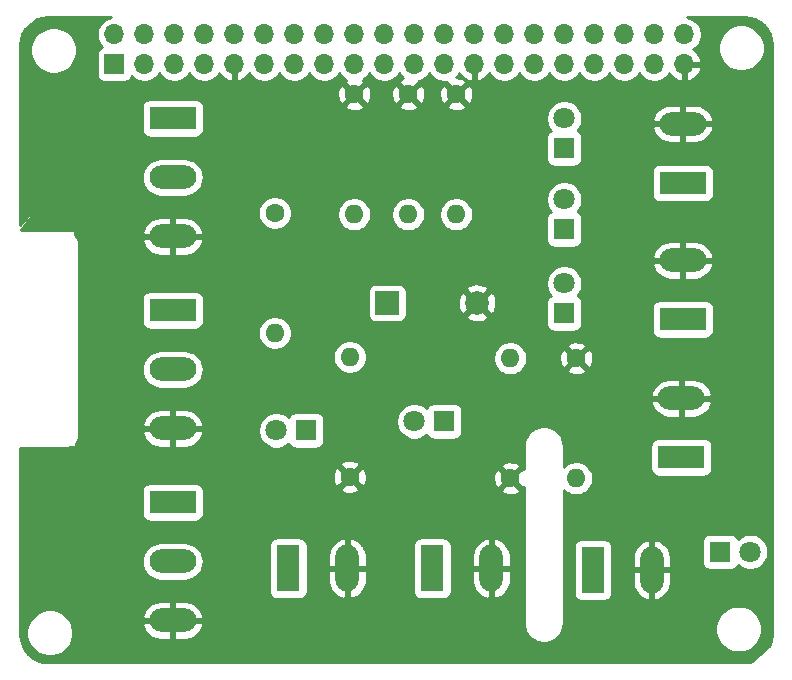
<source format=gbr>
G04 #@! TF.GenerationSoftware,KiCad,Pcbnew,(5.1.7)-1*
G04 #@! TF.CreationDate,2020-11-02T15:49:25+01:00*
G04 #@! TF.ProjectId,raspberrypi-gpio-40pin,72617370-6265-4727-9279-70692d677069,rev?*
G04 #@! TF.SameCoordinates,Original*
G04 #@! TF.FileFunction,Copper,L2,Bot*
G04 #@! TF.FilePolarity,Positive*
%FSLAX46Y46*%
G04 Gerber Fmt 4.6, Leading zero omitted, Abs format (unit mm)*
G04 Created by KiCad (PCBNEW (5.1.7)-1) date 2020-11-02 15:49:25*
%MOMM*%
%LPD*%
G01*
G04 APERTURE LIST*
G04 #@! TA.AperFunction,ComponentPad*
%ADD10O,1.600000X1.600000*%
G04 #@! TD*
G04 #@! TA.AperFunction,ComponentPad*
%ADD11C,1.600000*%
G04 #@! TD*
G04 #@! TA.AperFunction,ComponentPad*
%ADD12R,1.980000X3.960000*%
G04 #@! TD*
G04 #@! TA.AperFunction,ComponentPad*
%ADD13O,1.980000X3.960000*%
G04 #@! TD*
G04 #@! TA.AperFunction,ComponentPad*
%ADD14R,2.000000X2.000000*%
G04 #@! TD*
G04 #@! TA.AperFunction,ComponentPad*
%ADD15C,2.000000*%
G04 #@! TD*
G04 #@! TA.AperFunction,ComponentPad*
%ADD16O,3.960000X1.980000*%
G04 #@! TD*
G04 #@! TA.AperFunction,ComponentPad*
%ADD17R,3.960000X1.980000*%
G04 #@! TD*
G04 #@! TA.AperFunction,ComponentPad*
%ADD18R,1.800000X1.800000*%
G04 #@! TD*
G04 #@! TA.AperFunction,ComponentPad*
%ADD19C,1.800000*%
G04 #@! TD*
G04 #@! TA.AperFunction,ComponentPad*
%ADD20R,1.700000X1.700000*%
G04 #@! TD*
G04 #@! TA.AperFunction,ComponentPad*
%ADD21O,1.700000X1.700000*%
G04 #@! TD*
G04 #@! TA.AperFunction,Conductor*
%ADD22C,0.254000*%
G04 #@! TD*
G04 #@! TA.AperFunction,Conductor*
%ADD23C,0.150000*%
G04 #@! TD*
G04 APERTURE END LIST*
D10*
X228575000Y-123457000D03*
D11*
X228575000Y-133617000D03*
D12*
X223368000Y-141364000D03*
D13*
X228368000Y-141364000D03*
D14*
X231750000Y-118885000D03*
D15*
X239350000Y-118885000D03*
D16*
X213589000Y-145776000D03*
X213589000Y-140776000D03*
D17*
X213589000Y-135776000D03*
D18*
X246736000Y-112662000D03*
D19*
X246736000Y-110122000D03*
X222352000Y-129680000D03*
D18*
X224892000Y-129680000D03*
X236576000Y-128918000D03*
D19*
X234036000Y-128918000D03*
X246736000Y-117234000D03*
D18*
X246736000Y-119774000D03*
D19*
X246736000Y-103264000D03*
D18*
X246736000Y-105804000D03*
X259944000Y-139967000D03*
D19*
X262484000Y-139967000D03*
D16*
X256769000Y-115282000D03*
D17*
X256769000Y-120282000D03*
D20*
X208636000Y-98692000D03*
D21*
X208636000Y-96152000D03*
X211176000Y-98692000D03*
X211176000Y-96152000D03*
X213716000Y-98692000D03*
X213716000Y-96152000D03*
X216256000Y-98692000D03*
X216256000Y-96152000D03*
X218796000Y-98692000D03*
X218796000Y-96152000D03*
X221336000Y-98692000D03*
X221336000Y-96152000D03*
X223876000Y-98692000D03*
X223876000Y-96152000D03*
X226416000Y-98692000D03*
X226416000Y-96152000D03*
X228956000Y-98692000D03*
X228956000Y-96152000D03*
X231496000Y-98692000D03*
X231496000Y-96152000D03*
X234036000Y-98692000D03*
X234036000Y-96152000D03*
X236576000Y-98692000D03*
X236576000Y-96152000D03*
X239116000Y-98692000D03*
X239116000Y-96152000D03*
X241656000Y-98692000D03*
X241656000Y-96152000D03*
X244196000Y-98692000D03*
X244196000Y-96152000D03*
X246736000Y-98692000D03*
X246736000Y-96152000D03*
X249276000Y-98692000D03*
X249276000Y-96152000D03*
X251816000Y-98692000D03*
X251816000Y-96152000D03*
X254356000Y-98692000D03*
X254356000Y-96152000D03*
X256896000Y-98692000D03*
X256896000Y-96152000D03*
D17*
X213589000Y-119520000D03*
D16*
X213589000Y-124520000D03*
X213589000Y-129520000D03*
D12*
X235560000Y-141364000D03*
D13*
X240560000Y-141364000D03*
D16*
X256642000Y-126966000D03*
D17*
X256642000Y-131966000D03*
X256769000Y-108725000D03*
D16*
X256769000Y-103725000D03*
D13*
X254149000Y-141491000D03*
D12*
X249149000Y-141491000D03*
D17*
X213589000Y-103264000D03*
D16*
X213589000Y-108264000D03*
X213589000Y-113264000D03*
D11*
X222225000Y-111265000D03*
D10*
X222225000Y-121425000D03*
D11*
X233528000Y-101232000D03*
D10*
X233528000Y-111392000D03*
D11*
X242164000Y-133744000D03*
D10*
X242164000Y-123584000D03*
X228956000Y-111392000D03*
D11*
X228956000Y-101232000D03*
D10*
X237592000Y-111392000D03*
D11*
X237592000Y-101232000D03*
X247752000Y-123584000D03*
D10*
X247752000Y-133744000D03*
D22*
X208202842Y-94724068D02*
X207932589Y-94836010D01*
X207689368Y-94998525D01*
X207482525Y-95205368D01*
X207320010Y-95448589D01*
X207208068Y-95718842D01*
X207151000Y-96005740D01*
X207151000Y-96298260D01*
X207208068Y-96585158D01*
X207320010Y-96855411D01*
X207482525Y-97098632D01*
X207614380Y-97230487D01*
X207541820Y-97252498D01*
X207431506Y-97311463D01*
X207334815Y-97390815D01*
X207255463Y-97487506D01*
X207196498Y-97597820D01*
X207160188Y-97717518D01*
X207147928Y-97842000D01*
X207147928Y-99542000D01*
X207160188Y-99666482D01*
X207196498Y-99786180D01*
X207255463Y-99896494D01*
X207334815Y-99993185D01*
X207431506Y-100072537D01*
X207541820Y-100131502D01*
X207661518Y-100167812D01*
X207786000Y-100180072D01*
X209486000Y-100180072D01*
X209610482Y-100167812D01*
X209730180Y-100131502D01*
X209840494Y-100072537D01*
X209937185Y-99993185D01*
X210016537Y-99896494D01*
X210075502Y-99786180D01*
X210097513Y-99713620D01*
X210229368Y-99845475D01*
X210472589Y-100007990D01*
X210742842Y-100119932D01*
X211029740Y-100177000D01*
X211322260Y-100177000D01*
X211609158Y-100119932D01*
X211879411Y-100007990D01*
X212122632Y-99845475D01*
X212329475Y-99638632D01*
X212446000Y-99464240D01*
X212562525Y-99638632D01*
X212769368Y-99845475D01*
X213012589Y-100007990D01*
X213282842Y-100119932D01*
X213569740Y-100177000D01*
X213862260Y-100177000D01*
X214149158Y-100119932D01*
X214419411Y-100007990D01*
X214662632Y-99845475D01*
X214869475Y-99638632D01*
X214986000Y-99464240D01*
X215102525Y-99638632D01*
X215309368Y-99845475D01*
X215552589Y-100007990D01*
X215822842Y-100119932D01*
X216109740Y-100177000D01*
X216402260Y-100177000D01*
X216689158Y-100119932D01*
X216959411Y-100007990D01*
X217202632Y-99845475D01*
X217409475Y-99638632D01*
X217531195Y-99456466D01*
X217600822Y-99573355D01*
X217795731Y-99789588D01*
X218029080Y-99963641D01*
X218291901Y-100088825D01*
X218439110Y-100133476D01*
X218669000Y-100012155D01*
X218669000Y-98819000D01*
X218649000Y-98819000D01*
X218649000Y-98565000D01*
X218669000Y-98565000D01*
X218669000Y-98545000D01*
X218923000Y-98545000D01*
X218923000Y-98565000D01*
X218943000Y-98565000D01*
X218943000Y-98819000D01*
X218923000Y-98819000D01*
X218923000Y-100012155D01*
X219152890Y-100133476D01*
X219300099Y-100088825D01*
X219562920Y-99963641D01*
X219796269Y-99789588D01*
X219991178Y-99573355D01*
X220060805Y-99456466D01*
X220182525Y-99638632D01*
X220389368Y-99845475D01*
X220632589Y-100007990D01*
X220902842Y-100119932D01*
X221189740Y-100177000D01*
X221482260Y-100177000D01*
X221769158Y-100119932D01*
X222039411Y-100007990D01*
X222282632Y-99845475D01*
X222489475Y-99638632D01*
X222606000Y-99464240D01*
X222722525Y-99638632D01*
X222929368Y-99845475D01*
X223172589Y-100007990D01*
X223442842Y-100119932D01*
X223729740Y-100177000D01*
X224022260Y-100177000D01*
X224309158Y-100119932D01*
X224579411Y-100007990D01*
X224822632Y-99845475D01*
X225029475Y-99638632D01*
X225146000Y-99464240D01*
X225262525Y-99638632D01*
X225469368Y-99845475D01*
X225712589Y-100007990D01*
X225982842Y-100119932D01*
X226269740Y-100177000D01*
X226562260Y-100177000D01*
X226849158Y-100119932D01*
X227119411Y-100007990D01*
X227362632Y-99845475D01*
X227569475Y-99638632D01*
X227686000Y-99464240D01*
X227802525Y-99638632D01*
X228009368Y-99845475D01*
X228225128Y-99989641D01*
X228214486Y-99995329D01*
X228142903Y-100239298D01*
X228956000Y-101052395D01*
X229769097Y-100239298D01*
X229697514Y-99995329D01*
X229686300Y-99990023D01*
X229902632Y-99845475D01*
X230109475Y-99638632D01*
X230226000Y-99464240D01*
X230342525Y-99638632D01*
X230549368Y-99845475D01*
X230792589Y-100007990D01*
X231062842Y-100119932D01*
X231349740Y-100177000D01*
X231642260Y-100177000D01*
X231929158Y-100119932D01*
X232199411Y-100007990D01*
X232442632Y-99845475D01*
X232649475Y-99638632D01*
X232766000Y-99464240D01*
X232882525Y-99638632D01*
X233089368Y-99845475D01*
X233108268Y-99858104D01*
X232911708Y-99928397D01*
X232786486Y-99995329D01*
X232714903Y-100239298D01*
X233528000Y-101052395D01*
X234341097Y-100239298D01*
X234315067Y-100150583D01*
X234469158Y-100119932D01*
X234739411Y-100007990D01*
X234982632Y-99845475D01*
X235189475Y-99638632D01*
X235306000Y-99464240D01*
X235422525Y-99638632D01*
X235629368Y-99845475D01*
X235872589Y-100007990D01*
X236142842Y-100119932D01*
X236429740Y-100177000D01*
X236722260Y-100177000D01*
X236801826Y-100161173D01*
X236778903Y-100239298D01*
X237592000Y-101052395D01*
X238405097Y-100239298D01*
X238333514Y-99995329D01*
X238078004Y-99874429D01*
X237803816Y-99805700D01*
X237573748Y-99794359D01*
X237729475Y-99638632D01*
X237851195Y-99456466D01*
X237920822Y-99573355D01*
X238115731Y-99789588D01*
X238349080Y-99963641D01*
X238611901Y-100088825D01*
X238759110Y-100133476D01*
X238989000Y-100012155D01*
X238989000Y-98819000D01*
X238969000Y-98819000D01*
X238969000Y-98565000D01*
X238989000Y-98565000D01*
X238989000Y-98545000D01*
X239243000Y-98545000D01*
X239243000Y-98565000D01*
X239263000Y-98565000D01*
X239263000Y-98819000D01*
X239243000Y-98819000D01*
X239243000Y-100012155D01*
X239472890Y-100133476D01*
X239620099Y-100088825D01*
X239882920Y-99963641D01*
X240116269Y-99789588D01*
X240311178Y-99573355D01*
X240380805Y-99456466D01*
X240502525Y-99638632D01*
X240709368Y-99845475D01*
X240952589Y-100007990D01*
X241222842Y-100119932D01*
X241509740Y-100177000D01*
X241802260Y-100177000D01*
X242089158Y-100119932D01*
X242359411Y-100007990D01*
X242602632Y-99845475D01*
X242809475Y-99638632D01*
X242926000Y-99464240D01*
X243042525Y-99638632D01*
X243249368Y-99845475D01*
X243492589Y-100007990D01*
X243762842Y-100119932D01*
X244049740Y-100177000D01*
X244342260Y-100177000D01*
X244629158Y-100119932D01*
X244899411Y-100007990D01*
X245142632Y-99845475D01*
X245349475Y-99638632D01*
X245466000Y-99464240D01*
X245582525Y-99638632D01*
X245789368Y-99845475D01*
X246032589Y-100007990D01*
X246302842Y-100119932D01*
X246589740Y-100177000D01*
X246882260Y-100177000D01*
X247169158Y-100119932D01*
X247439411Y-100007990D01*
X247682632Y-99845475D01*
X247889475Y-99638632D01*
X248006000Y-99464240D01*
X248122525Y-99638632D01*
X248329368Y-99845475D01*
X248572589Y-100007990D01*
X248842842Y-100119932D01*
X249129740Y-100177000D01*
X249422260Y-100177000D01*
X249709158Y-100119932D01*
X249979411Y-100007990D01*
X250222632Y-99845475D01*
X250429475Y-99638632D01*
X250546000Y-99464240D01*
X250662525Y-99638632D01*
X250869368Y-99845475D01*
X251112589Y-100007990D01*
X251382842Y-100119932D01*
X251669740Y-100177000D01*
X251962260Y-100177000D01*
X252249158Y-100119932D01*
X252519411Y-100007990D01*
X252762632Y-99845475D01*
X252969475Y-99638632D01*
X253086000Y-99464240D01*
X253202525Y-99638632D01*
X253409368Y-99845475D01*
X253652589Y-100007990D01*
X253922842Y-100119932D01*
X254209740Y-100177000D01*
X254502260Y-100177000D01*
X254789158Y-100119932D01*
X255059411Y-100007990D01*
X255302632Y-99845475D01*
X255509475Y-99638632D01*
X255631195Y-99456466D01*
X255700822Y-99573355D01*
X255895731Y-99789588D01*
X256129080Y-99963641D01*
X256391901Y-100088825D01*
X256539110Y-100133476D01*
X256769000Y-100012155D01*
X256769000Y-98819000D01*
X257023000Y-98819000D01*
X257023000Y-100012155D01*
X257252890Y-100133476D01*
X257400099Y-100088825D01*
X257662920Y-99963641D01*
X257896269Y-99789588D01*
X258091178Y-99573355D01*
X258240157Y-99323252D01*
X258337481Y-99048891D01*
X258216814Y-98819000D01*
X257023000Y-98819000D01*
X256769000Y-98819000D01*
X256749000Y-98819000D01*
X256749000Y-98565000D01*
X256769000Y-98565000D01*
X256769000Y-98545000D01*
X257023000Y-98545000D01*
X257023000Y-98565000D01*
X258216814Y-98565000D01*
X258337481Y-98335109D01*
X258240157Y-98060748D01*
X258091178Y-97810645D01*
X257896269Y-97594412D01*
X257666594Y-97423100D01*
X257842632Y-97305475D01*
X258048612Y-97099495D01*
X259737000Y-97099495D01*
X259737000Y-97490505D01*
X259813282Y-97874003D01*
X259962915Y-98235250D01*
X260180149Y-98560364D01*
X260456636Y-98836851D01*
X260781750Y-99054085D01*
X261142997Y-99203718D01*
X261526495Y-99280000D01*
X261917505Y-99280000D01*
X262301003Y-99203718D01*
X262662250Y-99054085D01*
X262987364Y-98836851D01*
X263263851Y-98560364D01*
X263481085Y-98235250D01*
X263630718Y-97874003D01*
X263707000Y-97490505D01*
X263707000Y-97099495D01*
X263630718Y-96715997D01*
X263481085Y-96354750D01*
X263263851Y-96029636D01*
X262987364Y-95753149D01*
X262662250Y-95535915D01*
X262301003Y-95386282D01*
X261917505Y-95310000D01*
X261526495Y-95310000D01*
X261142997Y-95386282D01*
X260781750Y-95535915D01*
X260456636Y-95753149D01*
X260180149Y-96029636D01*
X259962915Y-96354750D01*
X259813282Y-96715997D01*
X259737000Y-97099495D01*
X258048612Y-97099495D01*
X258049475Y-97098632D01*
X258211990Y-96855411D01*
X258323932Y-96585158D01*
X258381000Y-96298260D01*
X258381000Y-96005740D01*
X258323932Y-95718842D01*
X258211990Y-95448589D01*
X258049475Y-95205368D01*
X257842632Y-94998525D01*
X257599411Y-94836010D01*
X257329158Y-94724068D01*
X257132751Y-94685000D01*
X261966495Y-94685000D01*
X262449016Y-94732312D01*
X262880930Y-94862714D01*
X263279285Y-95074524D01*
X263628914Y-95359675D01*
X263916497Y-95707303D01*
X264131086Y-96104177D01*
X264264498Y-96535161D01*
X264315001Y-97015663D01*
X264315000Y-146966495D01*
X264267688Y-147449016D01*
X264147998Y-147845450D01*
X262639248Y-149210509D01*
X262464834Y-149264500D01*
X261984346Y-149315000D01*
X203033504Y-149315000D01*
X202550984Y-149267688D01*
X202119073Y-149137287D01*
X201720720Y-148925480D01*
X201371086Y-148640325D01*
X201083503Y-148292697D01*
X200868915Y-147895825D01*
X200735500Y-147464834D01*
X200685000Y-146984346D01*
X200685000Y-146629495D01*
X201190000Y-146629495D01*
X201190000Y-147020505D01*
X201266282Y-147404003D01*
X201415915Y-147765250D01*
X201633149Y-148090364D01*
X201909636Y-148366851D01*
X202234750Y-148584085D01*
X202595997Y-148733718D01*
X202979495Y-148810000D01*
X203370505Y-148810000D01*
X203754003Y-148733718D01*
X204115250Y-148584085D01*
X204440364Y-148366851D01*
X204716851Y-148090364D01*
X204934085Y-147765250D01*
X205083718Y-147404003D01*
X205160000Y-147020505D01*
X205160000Y-146629495D01*
X205083718Y-146245997D01*
X205045970Y-146154865D01*
X211018782Y-146154865D01*
X211049095Y-146280528D01*
X211177304Y-146573205D01*
X211360148Y-146835246D01*
X211590601Y-147056581D01*
X211859806Y-147228704D01*
X212157418Y-147345000D01*
X212472000Y-147401000D01*
X213462000Y-147401000D01*
X213462000Y-145903000D01*
X213716000Y-145903000D01*
X213716000Y-147401000D01*
X214706000Y-147401000D01*
X215020582Y-147345000D01*
X215318194Y-147228704D01*
X215587399Y-147056581D01*
X215817852Y-146835246D01*
X216000696Y-146573205D01*
X216128905Y-146280528D01*
X216159218Y-146154865D01*
X216039740Y-145903000D01*
X213716000Y-145903000D01*
X213462000Y-145903000D01*
X211138260Y-145903000D01*
X211018782Y-146154865D01*
X205045970Y-146154865D01*
X204934085Y-145884750D01*
X204716851Y-145559636D01*
X204554350Y-145397135D01*
X211018782Y-145397135D01*
X211138260Y-145649000D01*
X213462000Y-145649000D01*
X213462000Y-144151000D01*
X213716000Y-144151000D01*
X213716000Y-145649000D01*
X216039740Y-145649000D01*
X216159218Y-145397135D01*
X216128905Y-145271472D01*
X216000696Y-144978795D01*
X215817852Y-144716754D01*
X215587399Y-144495419D01*
X215318194Y-144323296D01*
X215020582Y-144207000D01*
X214706000Y-144151000D01*
X213716000Y-144151000D01*
X213462000Y-144151000D01*
X212472000Y-144151000D01*
X212157418Y-144207000D01*
X211859806Y-144323296D01*
X211590601Y-144495419D01*
X211360148Y-144716754D01*
X211177304Y-144978795D01*
X211049095Y-145271472D01*
X211018782Y-145397135D01*
X204554350Y-145397135D01*
X204440364Y-145283149D01*
X204115250Y-145065915D01*
X203754003Y-144916282D01*
X203370505Y-144840000D01*
X202979495Y-144840000D01*
X202595997Y-144916282D01*
X202234750Y-145065915D01*
X201909636Y-145283149D01*
X201633149Y-145559636D01*
X201415915Y-145884750D01*
X201266282Y-146245997D01*
X201190000Y-146629495D01*
X200685000Y-146629495D01*
X200685000Y-140776000D01*
X210966138Y-140776000D01*
X210997513Y-141094556D01*
X211090432Y-141400869D01*
X211241325Y-141683170D01*
X211444392Y-141930608D01*
X211691830Y-142133675D01*
X211974131Y-142284568D01*
X212280444Y-142377487D01*
X212519176Y-142401000D01*
X214658824Y-142401000D01*
X214897556Y-142377487D01*
X215203869Y-142284568D01*
X215486170Y-142133675D01*
X215733608Y-141930608D01*
X215936675Y-141683170D01*
X216087568Y-141400869D01*
X216180487Y-141094556D01*
X216211862Y-140776000D01*
X216180487Y-140457444D01*
X216087568Y-140151131D01*
X215936675Y-139868830D01*
X215733608Y-139621392D01*
X215486170Y-139418325D01*
X215421953Y-139384000D01*
X221739928Y-139384000D01*
X221739928Y-143344000D01*
X221752188Y-143468482D01*
X221788498Y-143588180D01*
X221847463Y-143698494D01*
X221926815Y-143795185D01*
X222023506Y-143874537D01*
X222133820Y-143933502D01*
X222253518Y-143969812D01*
X222378000Y-143982072D01*
X224358000Y-143982072D01*
X224482482Y-143969812D01*
X224602180Y-143933502D01*
X224712494Y-143874537D01*
X224809185Y-143795185D01*
X224888537Y-143698494D01*
X224947502Y-143588180D01*
X224983812Y-143468482D01*
X224996072Y-143344000D01*
X224996072Y-141491000D01*
X226743000Y-141491000D01*
X226743000Y-142481000D01*
X226799000Y-142795582D01*
X226915296Y-143093194D01*
X227087419Y-143362399D01*
X227308754Y-143592852D01*
X227570795Y-143775696D01*
X227863472Y-143903905D01*
X227989135Y-143934218D01*
X228241000Y-143814740D01*
X228241000Y-141491000D01*
X228495000Y-141491000D01*
X228495000Y-143814740D01*
X228746865Y-143934218D01*
X228872528Y-143903905D01*
X229165205Y-143775696D01*
X229427246Y-143592852D01*
X229648581Y-143362399D01*
X229820704Y-143093194D01*
X229937000Y-142795582D01*
X229993000Y-142481000D01*
X229993000Y-141491000D01*
X228495000Y-141491000D01*
X228241000Y-141491000D01*
X226743000Y-141491000D01*
X224996072Y-141491000D01*
X224996072Y-140247000D01*
X226743000Y-140247000D01*
X226743000Y-141237000D01*
X228241000Y-141237000D01*
X228241000Y-138913260D01*
X228495000Y-138913260D01*
X228495000Y-141237000D01*
X229993000Y-141237000D01*
X229993000Y-140247000D01*
X229937000Y-139932418D01*
X229820704Y-139634806D01*
X229660345Y-139384000D01*
X233931928Y-139384000D01*
X233931928Y-143344000D01*
X233944188Y-143468482D01*
X233980498Y-143588180D01*
X234039463Y-143698494D01*
X234118815Y-143795185D01*
X234215506Y-143874537D01*
X234325820Y-143933502D01*
X234445518Y-143969812D01*
X234570000Y-143982072D01*
X236550000Y-143982072D01*
X236674482Y-143969812D01*
X236794180Y-143933502D01*
X236904494Y-143874537D01*
X237001185Y-143795185D01*
X237080537Y-143698494D01*
X237139502Y-143588180D01*
X237175812Y-143468482D01*
X237188072Y-143344000D01*
X237188072Y-141491000D01*
X238935000Y-141491000D01*
X238935000Y-142481000D01*
X238991000Y-142795582D01*
X239107296Y-143093194D01*
X239279419Y-143362399D01*
X239500754Y-143592852D01*
X239762795Y-143775696D01*
X240055472Y-143903905D01*
X240181135Y-143934218D01*
X240433000Y-143814740D01*
X240433000Y-141491000D01*
X240687000Y-141491000D01*
X240687000Y-143814740D01*
X240938865Y-143934218D01*
X241064528Y-143903905D01*
X241357205Y-143775696D01*
X241619246Y-143592852D01*
X241840581Y-143362399D01*
X242012704Y-143093194D01*
X242129000Y-142795582D01*
X242185000Y-142481000D01*
X242185000Y-141491000D01*
X240687000Y-141491000D01*
X240433000Y-141491000D01*
X238935000Y-141491000D01*
X237188072Y-141491000D01*
X237188072Y-140247000D01*
X238935000Y-140247000D01*
X238935000Y-141237000D01*
X240433000Y-141237000D01*
X240433000Y-138913260D01*
X240687000Y-138913260D01*
X240687000Y-141237000D01*
X242185000Y-141237000D01*
X242185000Y-140247000D01*
X242129000Y-139932418D01*
X242012704Y-139634806D01*
X241840581Y-139365601D01*
X241619246Y-139135148D01*
X241357205Y-138952304D01*
X241064528Y-138824095D01*
X240938865Y-138793782D01*
X240687000Y-138913260D01*
X240433000Y-138913260D01*
X240181135Y-138793782D01*
X240055472Y-138824095D01*
X239762795Y-138952304D01*
X239500754Y-139135148D01*
X239279419Y-139365601D01*
X239107296Y-139634806D01*
X238991000Y-139932418D01*
X238935000Y-140247000D01*
X237188072Y-140247000D01*
X237188072Y-139384000D01*
X237175812Y-139259518D01*
X237139502Y-139139820D01*
X237080537Y-139029506D01*
X237001185Y-138932815D01*
X236904494Y-138853463D01*
X236794180Y-138794498D01*
X236674482Y-138758188D01*
X236550000Y-138745928D01*
X234570000Y-138745928D01*
X234445518Y-138758188D01*
X234325820Y-138794498D01*
X234215506Y-138853463D01*
X234118815Y-138932815D01*
X234039463Y-139029506D01*
X233980498Y-139139820D01*
X233944188Y-139259518D01*
X233931928Y-139384000D01*
X229660345Y-139384000D01*
X229648581Y-139365601D01*
X229427246Y-139135148D01*
X229165205Y-138952304D01*
X228872528Y-138824095D01*
X228746865Y-138793782D01*
X228495000Y-138913260D01*
X228241000Y-138913260D01*
X227989135Y-138793782D01*
X227863472Y-138824095D01*
X227570795Y-138952304D01*
X227308754Y-139135148D01*
X227087419Y-139365601D01*
X226915296Y-139634806D01*
X226799000Y-139932418D01*
X226743000Y-140247000D01*
X224996072Y-140247000D01*
X224996072Y-139384000D01*
X224983812Y-139259518D01*
X224947502Y-139139820D01*
X224888537Y-139029506D01*
X224809185Y-138932815D01*
X224712494Y-138853463D01*
X224602180Y-138794498D01*
X224482482Y-138758188D01*
X224358000Y-138745928D01*
X222378000Y-138745928D01*
X222253518Y-138758188D01*
X222133820Y-138794498D01*
X222023506Y-138853463D01*
X221926815Y-138932815D01*
X221847463Y-139029506D01*
X221788498Y-139139820D01*
X221752188Y-139259518D01*
X221739928Y-139384000D01*
X215421953Y-139384000D01*
X215203869Y-139267432D01*
X214897556Y-139174513D01*
X214658824Y-139151000D01*
X212519176Y-139151000D01*
X212280444Y-139174513D01*
X211974131Y-139267432D01*
X211691830Y-139418325D01*
X211444392Y-139621392D01*
X211241325Y-139868830D01*
X211090432Y-140151131D01*
X210997513Y-140457444D01*
X210966138Y-140776000D01*
X200685000Y-140776000D01*
X200685000Y-134786000D01*
X210970928Y-134786000D01*
X210970928Y-136766000D01*
X210983188Y-136890482D01*
X211019498Y-137010180D01*
X211078463Y-137120494D01*
X211157815Y-137217185D01*
X211254506Y-137296537D01*
X211364820Y-137355502D01*
X211484518Y-137391812D01*
X211609000Y-137404072D01*
X215569000Y-137404072D01*
X215693482Y-137391812D01*
X215813180Y-137355502D01*
X215923494Y-137296537D01*
X216020185Y-137217185D01*
X216099537Y-137120494D01*
X216158502Y-137010180D01*
X216194812Y-136890482D01*
X216207072Y-136766000D01*
X216207072Y-134786000D01*
X216194812Y-134661518D01*
X216179094Y-134609702D01*
X227761903Y-134609702D01*
X227833486Y-134853671D01*
X228088996Y-134974571D01*
X228363184Y-135043300D01*
X228645512Y-135057217D01*
X228925130Y-135015787D01*
X229191292Y-134920603D01*
X229316514Y-134853671D01*
X229350833Y-134736702D01*
X241350903Y-134736702D01*
X241422486Y-134980671D01*
X241677996Y-135101571D01*
X241952184Y-135170300D01*
X242234512Y-135184217D01*
X242514130Y-135142787D01*
X242780292Y-135047603D01*
X242905514Y-134980671D01*
X242977097Y-134736702D01*
X242164000Y-133923605D01*
X241350903Y-134736702D01*
X229350833Y-134736702D01*
X229388097Y-134609702D01*
X228575000Y-133796605D01*
X227761903Y-134609702D01*
X216179094Y-134609702D01*
X216158502Y-134541820D01*
X216099537Y-134431506D01*
X216020185Y-134334815D01*
X215923494Y-134255463D01*
X215813180Y-134196498D01*
X215693482Y-134160188D01*
X215569000Y-134147928D01*
X211609000Y-134147928D01*
X211484518Y-134160188D01*
X211364820Y-134196498D01*
X211254506Y-134255463D01*
X211157815Y-134334815D01*
X211078463Y-134431506D01*
X211019498Y-134541820D01*
X210983188Y-134661518D01*
X210970928Y-134786000D01*
X200685000Y-134786000D01*
X200685000Y-133687512D01*
X227134783Y-133687512D01*
X227176213Y-133967130D01*
X227271397Y-134233292D01*
X227338329Y-134358514D01*
X227582298Y-134430097D01*
X228395395Y-133617000D01*
X228754605Y-133617000D01*
X229567702Y-134430097D01*
X229811671Y-134358514D01*
X229932571Y-134103004D01*
X230001300Y-133828816D01*
X230002005Y-133814512D01*
X240723783Y-133814512D01*
X240765213Y-134094130D01*
X240860397Y-134360292D01*
X240927329Y-134485514D01*
X241171298Y-134557097D01*
X241984395Y-133744000D01*
X242343605Y-133744000D01*
X243156702Y-134557097D01*
X243315001Y-134510651D01*
X243315000Y-146033646D01*
X243318366Y-146067821D01*
X243318366Y-146080806D01*
X243319366Y-146090318D01*
X243341121Y-146284268D01*
X243354025Y-146344976D01*
X243366089Y-146405901D01*
X243368917Y-146415038D01*
X243427930Y-146601068D01*
X243452377Y-146658105D01*
X243476046Y-146715531D01*
X243480595Y-146723944D01*
X243574617Y-146894969D01*
X243609692Y-146946194D01*
X243644050Y-146997906D01*
X243650146Y-147005276D01*
X243775596Y-147154782D01*
X243819974Y-147198240D01*
X243863703Y-147242275D01*
X243871109Y-147248315D01*
X243871113Y-147248319D01*
X243871115Y-147248320D01*
X244023214Y-147370611D01*
X244075139Y-147404589D01*
X244126632Y-147439322D01*
X244135077Y-147443812D01*
X244308033Y-147534232D01*
X244365590Y-147557487D01*
X244422835Y-147581550D01*
X244431991Y-147584315D01*
X244619217Y-147639418D01*
X244680218Y-147651054D01*
X244741015Y-147663534D01*
X244750533Y-147664468D01*
X244944895Y-147682157D01*
X245006986Y-147681723D01*
X245069066Y-147682156D01*
X245078585Y-147681223D01*
X245272682Y-147660822D01*
X245333496Y-147648339D01*
X245394481Y-147636705D01*
X245403637Y-147633941D01*
X245590075Y-147576229D01*
X245647279Y-147552182D01*
X245704873Y-147528913D01*
X245713317Y-147524423D01*
X245884994Y-147431598D01*
X245936468Y-147396878D01*
X245988418Y-147362883D01*
X245995829Y-147356839D01*
X246146207Y-147232435D01*
X246189973Y-147188362D01*
X246234311Y-147144943D01*
X246240408Y-147137574D01*
X246363758Y-146986332D01*
X246398126Y-146934603D01*
X246433191Y-146883392D01*
X246437739Y-146874981D01*
X246437740Y-146874980D01*
X246437742Y-146874976D01*
X246529366Y-146702657D01*
X246553022Y-146645261D01*
X246577482Y-146588193D01*
X246580310Y-146579056D01*
X246636719Y-146392220D01*
X246648780Y-146331310D01*
X246654479Y-146304495D01*
X259515000Y-146304495D01*
X259515000Y-146695505D01*
X259591282Y-147079003D01*
X259740915Y-147440250D01*
X259958149Y-147765364D01*
X260234636Y-148041851D01*
X260559750Y-148259085D01*
X260920997Y-148408718D01*
X261304495Y-148485000D01*
X261695505Y-148485000D01*
X262079003Y-148408718D01*
X262440250Y-148259085D01*
X262765364Y-148041851D01*
X263041851Y-147765364D01*
X263259085Y-147440250D01*
X263408718Y-147079003D01*
X263485000Y-146695505D01*
X263485000Y-146304495D01*
X263408718Y-145920997D01*
X263259085Y-145559750D01*
X263041851Y-145234636D01*
X262765364Y-144958149D01*
X262440250Y-144740915D01*
X262079003Y-144591282D01*
X261695505Y-144515000D01*
X261304495Y-144515000D01*
X260920997Y-144591282D01*
X260559750Y-144740915D01*
X260234636Y-144958149D01*
X259958149Y-145234636D01*
X259740915Y-145559750D01*
X259591282Y-145920997D01*
X259515000Y-146304495D01*
X246654479Y-146304495D01*
X246661686Y-146270591D01*
X246662686Y-146261079D01*
X246681731Y-146066845D01*
X246681731Y-146066837D01*
X246685000Y-146033647D01*
X246685000Y-139511000D01*
X247520928Y-139511000D01*
X247520928Y-143471000D01*
X247533188Y-143595482D01*
X247569498Y-143715180D01*
X247628463Y-143825494D01*
X247707815Y-143922185D01*
X247804506Y-144001537D01*
X247914820Y-144060502D01*
X248034518Y-144096812D01*
X248159000Y-144109072D01*
X250139000Y-144109072D01*
X250263482Y-144096812D01*
X250383180Y-144060502D01*
X250493494Y-144001537D01*
X250590185Y-143922185D01*
X250669537Y-143825494D01*
X250728502Y-143715180D01*
X250764812Y-143595482D01*
X250777072Y-143471000D01*
X250777072Y-141618000D01*
X252524000Y-141618000D01*
X252524000Y-142608000D01*
X252580000Y-142922582D01*
X252696296Y-143220194D01*
X252868419Y-143489399D01*
X253089754Y-143719852D01*
X253351795Y-143902696D01*
X253644472Y-144030905D01*
X253770135Y-144061218D01*
X254022000Y-143941740D01*
X254022000Y-141618000D01*
X254276000Y-141618000D01*
X254276000Y-143941740D01*
X254527865Y-144061218D01*
X254653528Y-144030905D01*
X254946205Y-143902696D01*
X255208246Y-143719852D01*
X255429581Y-143489399D01*
X255601704Y-143220194D01*
X255718000Y-142922582D01*
X255774000Y-142608000D01*
X255774000Y-141618000D01*
X254276000Y-141618000D01*
X254022000Y-141618000D01*
X252524000Y-141618000D01*
X250777072Y-141618000D01*
X250777072Y-140374000D01*
X252524000Y-140374000D01*
X252524000Y-141364000D01*
X254022000Y-141364000D01*
X254022000Y-139040260D01*
X254276000Y-139040260D01*
X254276000Y-141364000D01*
X255774000Y-141364000D01*
X255774000Y-140374000D01*
X255718000Y-140059418D01*
X255601704Y-139761806D01*
X255429581Y-139492601D01*
X255208246Y-139262148D01*
X254946205Y-139079304D01*
X254918118Y-139067000D01*
X258405928Y-139067000D01*
X258405928Y-140867000D01*
X258418188Y-140991482D01*
X258454498Y-141111180D01*
X258513463Y-141221494D01*
X258592815Y-141318185D01*
X258689506Y-141397537D01*
X258799820Y-141456502D01*
X258919518Y-141492812D01*
X259044000Y-141505072D01*
X260844000Y-141505072D01*
X260968482Y-141492812D01*
X261088180Y-141456502D01*
X261198494Y-141397537D01*
X261295185Y-141318185D01*
X261374537Y-141221494D01*
X261433502Y-141111180D01*
X261439056Y-141092873D01*
X261505495Y-141159312D01*
X261756905Y-141327299D01*
X262036257Y-141443011D01*
X262332816Y-141502000D01*
X262635184Y-141502000D01*
X262931743Y-141443011D01*
X263211095Y-141327299D01*
X263462505Y-141159312D01*
X263676312Y-140945505D01*
X263844299Y-140694095D01*
X263960011Y-140414743D01*
X264019000Y-140118184D01*
X264019000Y-139815816D01*
X263960011Y-139519257D01*
X263844299Y-139239905D01*
X263676312Y-138988495D01*
X263462505Y-138774688D01*
X263211095Y-138606701D01*
X262931743Y-138490989D01*
X262635184Y-138432000D01*
X262332816Y-138432000D01*
X262036257Y-138490989D01*
X261756905Y-138606701D01*
X261505495Y-138774688D01*
X261439056Y-138841127D01*
X261433502Y-138822820D01*
X261374537Y-138712506D01*
X261295185Y-138615815D01*
X261198494Y-138536463D01*
X261088180Y-138477498D01*
X260968482Y-138441188D01*
X260844000Y-138428928D01*
X259044000Y-138428928D01*
X258919518Y-138441188D01*
X258799820Y-138477498D01*
X258689506Y-138536463D01*
X258592815Y-138615815D01*
X258513463Y-138712506D01*
X258454498Y-138822820D01*
X258418188Y-138942518D01*
X258405928Y-139067000D01*
X254918118Y-139067000D01*
X254653528Y-138951095D01*
X254527865Y-138920782D01*
X254276000Y-139040260D01*
X254022000Y-139040260D01*
X253770135Y-138920782D01*
X253644472Y-138951095D01*
X253351795Y-139079304D01*
X253089754Y-139262148D01*
X252868419Y-139492601D01*
X252696296Y-139761806D01*
X252580000Y-140059418D01*
X252524000Y-140374000D01*
X250777072Y-140374000D01*
X250777072Y-139511000D01*
X250764812Y-139386518D01*
X250728502Y-139266820D01*
X250669537Y-139156506D01*
X250590185Y-139059815D01*
X250493494Y-138980463D01*
X250383180Y-138921498D01*
X250263482Y-138885188D01*
X250139000Y-138872928D01*
X248159000Y-138872928D01*
X248034518Y-138885188D01*
X247914820Y-138921498D01*
X247804506Y-138980463D01*
X247707815Y-139059815D01*
X247628463Y-139156506D01*
X247569498Y-139266820D01*
X247533188Y-139386518D01*
X247520928Y-139511000D01*
X246685000Y-139511000D01*
X246685000Y-134706396D01*
X246837241Y-134858637D01*
X247072273Y-135015680D01*
X247333426Y-135123853D01*
X247610665Y-135179000D01*
X247893335Y-135179000D01*
X248170574Y-135123853D01*
X248431727Y-135015680D01*
X248666759Y-134858637D01*
X248866637Y-134658759D01*
X249023680Y-134423727D01*
X249131853Y-134162574D01*
X249187000Y-133885335D01*
X249187000Y-133602665D01*
X249131853Y-133325426D01*
X249023680Y-133064273D01*
X248866637Y-132829241D01*
X248666759Y-132629363D01*
X248431727Y-132472320D01*
X248170574Y-132364147D01*
X247893335Y-132309000D01*
X247610665Y-132309000D01*
X247333426Y-132364147D01*
X247072273Y-132472320D01*
X246837241Y-132629363D01*
X246685000Y-132781604D01*
X246685000Y-130976000D01*
X254023928Y-130976000D01*
X254023928Y-132956000D01*
X254036188Y-133080482D01*
X254072498Y-133200180D01*
X254131463Y-133310494D01*
X254210815Y-133407185D01*
X254307506Y-133486537D01*
X254417820Y-133545502D01*
X254537518Y-133581812D01*
X254662000Y-133594072D01*
X258622000Y-133594072D01*
X258746482Y-133581812D01*
X258866180Y-133545502D01*
X258976494Y-133486537D01*
X259073185Y-133407185D01*
X259152537Y-133310494D01*
X259211502Y-133200180D01*
X259247812Y-133080482D01*
X259260072Y-132956000D01*
X259260072Y-130976000D01*
X259247812Y-130851518D01*
X259211502Y-130731820D01*
X259152537Y-130621506D01*
X259073185Y-130524815D01*
X258976494Y-130445463D01*
X258866180Y-130386498D01*
X258746482Y-130350188D01*
X258622000Y-130337928D01*
X254662000Y-130337928D01*
X254537518Y-130350188D01*
X254417820Y-130386498D01*
X254307506Y-130445463D01*
X254210815Y-130524815D01*
X254131463Y-130621506D01*
X254072498Y-130731820D01*
X254036188Y-130851518D01*
X254023928Y-130976000D01*
X246685000Y-130976000D01*
X246685000Y-130966353D01*
X246681633Y-130932169D01*
X246681633Y-130919193D01*
X246680634Y-130909681D01*
X246658879Y-130715732D01*
X246645975Y-130655024D01*
X246633911Y-130594099D01*
X246631083Y-130584962D01*
X246572070Y-130398932D01*
X246547618Y-130341882D01*
X246523954Y-130284470D01*
X246519405Y-130276056D01*
X246425383Y-130105031D01*
X246390310Y-130053809D01*
X246355951Y-130002094D01*
X246349854Y-129994724D01*
X246224404Y-129845218D01*
X246180046Y-129801779D01*
X246136297Y-129757724D01*
X246128885Y-129751679D01*
X245976785Y-129629389D01*
X245924845Y-129595401D01*
X245873367Y-129560678D01*
X245864923Y-129556187D01*
X245691967Y-129465768D01*
X245634410Y-129442513D01*
X245577165Y-129418450D01*
X245568009Y-129415685D01*
X245380783Y-129360582D01*
X245319775Y-129348945D01*
X245258985Y-129336466D01*
X245249466Y-129335532D01*
X245055105Y-129317843D01*
X244992981Y-129318277D01*
X244930933Y-129317844D01*
X244921426Y-129318776D01*
X244921419Y-129318776D01*
X244921413Y-129318777D01*
X244727318Y-129339178D01*
X244666504Y-129351661D01*
X244605519Y-129363295D01*
X244596363Y-129366059D01*
X244409925Y-129423771D01*
X244352692Y-129447830D01*
X244295127Y-129471087D01*
X244286682Y-129475577D01*
X244115006Y-129568402D01*
X244063532Y-129603122D01*
X244011582Y-129637117D01*
X244004170Y-129643162D01*
X243853793Y-129767565D01*
X243810027Y-129811638D01*
X243765689Y-129855057D01*
X243759592Y-129862426D01*
X243636242Y-130013668D01*
X243601881Y-130065386D01*
X243566809Y-130116607D01*
X243562260Y-130125020D01*
X243470635Y-130297343D01*
X243446978Y-130354739D01*
X243422519Y-130411807D01*
X243419690Y-130420943D01*
X243363281Y-130607780D01*
X243351219Y-130668698D01*
X243338314Y-130729410D01*
X243337314Y-130738922D01*
X243318269Y-130933155D01*
X243318269Y-130933173D01*
X243315001Y-130966353D01*
X243315001Y-132977350D01*
X243156702Y-132930903D01*
X242343605Y-133744000D01*
X241984395Y-133744000D01*
X241171298Y-132930903D01*
X240927329Y-133002486D01*
X240806429Y-133257996D01*
X240737700Y-133532184D01*
X240723783Y-133814512D01*
X230002005Y-133814512D01*
X230015217Y-133546488D01*
X229973787Y-133266870D01*
X229878603Y-133000708D01*
X229811671Y-132875486D01*
X229567702Y-132803903D01*
X228754605Y-133617000D01*
X228395395Y-133617000D01*
X227582298Y-132803903D01*
X227338329Y-132875486D01*
X227217429Y-133130996D01*
X227148700Y-133405184D01*
X227134783Y-133687512D01*
X200685000Y-133687512D01*
X200685000Y-132624298D01*
X227761903Y-132624298D01*
X228575000Y-133437395D01*
X229261097Y-132751298D01*
X241350903Y-132751298D01*
X242164000Y-133564395D01*
X242977097Y-132751298D01*
X242905514Y-132507329D01*
X242650004Y-132386429D01*
X242375816Y-132317700D01*
X242093488Y-132303783D01*
X241813870Y-132345213D01*
X241547708Y-132440397D01*
X241422486Y-132507329D01*
X241350903Y-132751298D01*
X229261097Y-132751298D01*
X229388097Y-132624298D01*
X229316514Y-132380329D01*
X229061004Y-132259429D01*
X228786816Y-132190700D01*
X228504488Y-132176783D01*
X228224870Y-132218213D01*
X227958708Y-132313397D01*
X227833486Y-132380329D01*
X227761903Y-132624298D01*
X200685000Y-132624298D01*
X200685000Y-131185000D01*
X204533647Y-131185000D01*
X204562601Y-131182148D01*
X204565573Y-131182169D01*
X204575092Y-131181236D01*
X204623218Y-131176178D01*
X204634283Y-131175088D01*
X204634652Y-131174976D01*
X204672140Y-131171036D01*
X204732990Y-131158545D01*
X204793942Y-131146918D01*
X204803096Y-131144155D01*
X204803102Y-131144153D01*
X204896317Y-131115298D01*
X204953533Y-131091246D01*
X204997432Y-131073510D01*
X205268872Y-131076990D01*
X205293678Y-131074867D01*
X205317593Y-131067946D01*
X205339698Y-131056492D01*
X205359144Y-131040946D01*
X205375183Y-131021905D01*
X205387200Y-131000101D01*
X205394732Y-130976371D01*
X205397499Y-130949554D01*
X205396874Y-130771460D01*
X205447294Y-130709640D01*
X205481632Y-130657959D01*
X205516733Y-130606694D01*
X205521282Y-130598281D01*
X205567094Y-130512120D01*
X205590758Y-130454704D01*
X205615208Y-130397661D01*
X205618036Y-130388525D01*
X205646241Y-130295107D01*
X205658303Y-130234187D01*
X205671209Y-130173470D01*
X205672209Y-130163958D01*
X205681731Y-130066841D01*
X205681731Y-130066837D01*
X205685000Y-130033647D01*
X205685000Y-129898865D01*
X211018782Y-129898865D01*
X211049095Y-130024528D01*
X211177304Y-130317205D01*
X211360148Y-130579246D01*
X211590601Y-130800581D01*
X211859806Y-130972704D01*
X212157418Y-131089000D01*
X212472000Y-131145000D01*
X213462000Y-131145000D01*
X213462000Y-129647000D01*
X213716000Y-129647000D01*
X213716000Y-131145000D01*
X214706000Y-131145000D01*
X215020582Y-131089000D01*
X215318194Y-130972704D01*
X215587399Y-130800581D01*
X215817852Y-130579246D01*
X216000696Y-130317205D01*
X216128905Y-130024528D01*
X216159218Y-129898865D01*
X216039740Y-129647000D01*
X213716000Y-129647000D01*
X213462000Y-129647000D01*
X211138260Y-129647000D01*
X211018782Y-129898865D01*
X205685000Y-129898865D01*
X205685000Y-129528816D01*
X220817000Y-129528816D01*
X220817000Y-129831184D01*
X220875989Y-130127743D01*
X220991701Y-130407095D01*
X221159688Y-130658505D01*
X221373495Y-130872312D01*
X221624905Y-131040299D01*
X221904257Y-131156011D01*
X222200816Y-131215000D01*
X222503184Y-131215000D01*
X222799743Y-131156011D01*
X223079095Y-131040299D01*
X223330505Y-130872312D01*
X223396944Y-130805873D01*
X223402498Y-130824180D01*
X223461463Y-130934494D01*
X223540815Y-131031185D01*
X223637506Y-131110537D01*
X223747820Y-131169502D01*
X223867518Y-131205812D01*
X223992000Y-131218072D01*
X225792000Y-131218072D01*
X225916482Y-131205812D01*
X226036180Y-131169502D01*
X226146494Y-131110537D01*
X226243185Y-131031185D01*
X226322537Y-130934494D01*
X226381502Y-130824180D01*
X226417812Y-130704482D01*
X226430072Y-130580000D01*
X226430072Y-128780000D01*
X226428774Y-128766816D01*
X232501000Y-128766816D01*
X232501000Y-129069184D01*
X232559989Y-129365743D01*
X232675701Y-129645095D01*
X232843688Y-129896505D01*
X233057495Y-130110312D01*
X233308905Y-130278299D01*
X233588257Y-130394011D01*
X233884816Y-130453000D01*
X234187184Y-130453000D01*
X234483743Y-130394011D01*
X234763095Y-130278299D01*
X235014505Y-130110312D01*
X235080944Y-130043873D01*
X235086498Y-130062180D01*
X235145463Y-130172494D01*
X235224815Y-130269185D01*
X235321506Y-130348537D01*
X235431820Y-130407502D01*
X235551518Y-130443812D01*
X235676000Y-130456072D01*
X237476000Y-130456072D01*
X237600482Y-130443812D01*
X237720180Y-130407502D01*
X237830494Y-130348537D01*
X237927185Y-130269185D01*
X238006537Y-130172494D01*
X238065502Y-130062180D01*
X238101812Y-129942482D01*
X238114072Y-129818000D01*
X238114072Y-128018000D01*
X238101812Y-127893518D01*
X238065502Y-127773820D01*
X238006537Y-127663506D01*
X237927185Y-127566815D01*
X237830494Y-127487463D01*
X237720180Y-127428498D01*
X237600482Y-127392188D01*
X237476000Y-127379928D01*
X235676000Y-127379928D01*
X235551518Y-127392188D01*
X235431820Y-127428498D01*
X235321506Y-127487463D01*
X235224815Y-127566815D01*
X235145463Y-127663506D01*
X235086498Y-127773820D01*
X235080944Y-127792127D01*
X235014505Y-127725688D01*
X234763095Y-127557701D01*
X234483743Y-127441989D01*
X234187184Y-127383000D01*
X233884816Y-127383000D01*
X233588257Y-127441989D01*
X233308905Y-127557701D01*
X233057495Y-127725688D01*
X232843688Y-127939495D01*
X232675701Y-128190905D01*
X232559989Y-128470257D01*
X232501000Y-128766816D01*
X226428774Y-128766816D01*
X226417812Y-128655518D01*
X226381502Y-128535820D01*
X226322537Y-128425506D01*
X226243185Y-128328815D01*
X226146494Y-128249463D01*
X226036180Y-128190498D01*
X225916482Y-128154188D01*
X225792000Y-128141928D01*
X223992000Y-128141928D01*
X223867518Y-128154188D01*
X223747820Y-128190498D01*
X223637506Y-128249463D01*
X223540815Y-128328815D01*
X223461463Y-128425506D01*
X223402498Y-128535820D01*
X223396944Y-128554127D01*
X223330505Y-128487688D01*
X223079095Y-128319701D01*
X222799743Y-128203989D01*
X222503184Y-128145000D01*
X222200816Y-128145000D01*
X221904257Y-128203989D01*
X221624905Y-128319701D01*
X221373495Y-128487688D01*
X221159688Y-128701495D01*
X220991701Y-128952905D01*
X220875989Y-129232257D01*
X220817000Y-129528816D01*
X205685000Y-129528816D01*
X205685000Y-129141135D01*
X211018782Y-129141135D01*
X211138260Y-129393000D01*
X213462000Y-129393000D01*
X213462000Y-127895000D01*
X213716000Y-127895000D01*
X213716000Y-129393000D01*
X216039740Y-129393000D01*
X216159218Y-129141135D01*
X216128905Y-129015472D01*
X216000696Y-128722795D01*
X215817852Y-128460754D01*
X215587399Y-128239419D01*
X215318194Y-128067296D01*
X215020582Y-127951000D01*
X214706000Y-127895000D01*
X213716000Y-127895000D01*
X213462000Y-127895000D01*
X212472000Y-127895000D01*
X212157418Y-127951000D01*
X211859806Y-128067296D01*
X211590601Y-128239419D01*
X211360148Y-128460754D01*
X211177304Y-128722795D01*
X211049095Y-129015472D01*
X211018782Y-129141135D01*
X205685000Y-129141135D01*
X205685000Y-127344865D01*
X254071782Y-127344865D01*
X254102095Y-127470528D01*
X254230304Y-127763205D01*
X254413148Y-128025246D01*
X254643601Y-128246581D01*
X254912806Y-128418704D01*
X255210418Y-128535000D01*
X255525000Y-128591000D01*
X256515000Y-128591000D01*
X256515000Y-127093000D01*
X256769000Y-127093000D01*
X256769000Y-128591000D01*
X257759000Y-128591000D01*
X258073582Y-128535000D01*
X258371194Y-128418704D01*
X258640399Y-128246581D01*
X258870852Y-128025246D01*
X259053696Y-127763205D01*
X259181905Y-127470528D01*
X259212218Y-127344865D01*
X259092740Y-127093000D01*
X256769000Y-127093000D01*
X256515000Y-127093000D01*
X254191260Y-127093000D01*
X254071782Y-127344865D01*
X205685000Y-127344865D01*
X205685000Y-126587135D01*
X254071782Y-126587135D01*
X254191260Y-126839000D01*
X256515000Y-126839000D01*
X256515000Y-125341000D01*
X256769000Y-125341000D01*
X256769000Y-126839000D01*
X259092740Y-126839000D01*
X259212218Y-126587135D01*
X259181905Y-126461472D01*
X259053696Y-126168795D01*
X258870852Y-125906754D01*
X258640399Y-125685419D01*
X258371194Y-125513296D01*
X258073582Y-125397000D01*
X257759000Y-125341000D01*
X256769000Y-125341000D01*
X256515000Y-125341000D01*
X255525000Y-125341000D01*
X255210418Y-125397000D01*
X254912806Y-125513296D01*
X254643601Y-125685419D01*
X254413148Y-125906754D01*
X254230304Y-126168795D01*
X254102095Y-126461472D01*
X254071782Y-126587135D01*
X205685000Y-126587135D01*
X205685000Y-124520000D01*
X210966138Y-124520000D01*
X210997513Y-124838556D01*
X211090432Y-125144869D01*
X211241325Y-125427170D01*
X211444392Y-125674608D01*
X211691830Y-125877675D01*
X211974131Y-126028568D01*
X212280444Y-126121487D01*
X212519176Y-126145000D01*
X214658824Y-126145000D01*
X214897556Y-126121487D01*
X215203869Y-126028568D01*
X215486170Y-125877675D01*
X215733608Y-125674608D01*
X215936675Y-125427170D01*
X216087568Y-125144869D01*
X216180487Y-124838556D01*
X216211862Y-124520000D01*
X216180487Y-124201444D01*
X216087568Y-123895131D01*
X215936675Y-123612830D01*
X215733608Y-123365392D01*
X215673016Y-123315665D01*
X227140000Y-123315665D01*
X227140000Y-123598335D01*
X227195147Y-123875574D01*
X227303320Y-124136727D01*
X227460363Y-124371759D01*
X227660241Y-124571637D01*
X227895273Y-124728680D01*
X228156426Y-124836853D01*
X228433665Y-124892000D01*
X228716335Y-124892000D01*
X228993574Y-124836853D01*
X229254727Y-124728680D01*
X229489759Y-124571637D01*
X229689637Y-124371759D01*
X229846680Y-124136727D01*
X229954853Y-123875574D01*
X230010000Y-123598335D01*
X230010000Y-123442665D01*
X240729000Y-123442665D01*
X240729000Y-123725335D01*
X240784147Y-124002574D01*
X240892320Y-124263727D01*
X241049363Y-124498759D01*
X241249241Y-124698637D01*
X241484273Y-124855680D01*
X241745426Y-124963853D01*
X242022665Y-125019000D01*
X242305335Y-125019000D01*
X242582574Y-124963853D01*
X242843727Y-124855680D01*
X243078759Y-124698637D01*
X243200694Y-124576702D01*
X246938903Y-124576702D01*
X247010486Y-124820671D01*
X247265996Y-124941571D01*
X247540184Y-125010300D01*
X247822512Y-125024217D01*
X248102130Y-124982787D01*
X248368292Y-124887603D01*
X248493514Y-124820671D01*
X248565097Y-124576702D01*
X247752000Y-123763605D01*
X246938903Y-124576702D01*
X243200694Y-124576702D01*
X243278637Y-124498759D01*
X243435680Y-124263727D01*
X243543853Y-124002574D01*
X243599000Y-123725335D01*
X243599000Y-123654512D01*
X246311783Y-123654512D01*
X246353213Y-123934130D01*
X246448397Y-124200292D01*
X246515329Y-124325514D01*
X246759298Y-124397097D01*
X247572395Y-123584000D01*
X247931605Y-123584000D01*
X248744702Y-124397097D01*
X248988671Y-124325514D01*
X249109571Y-124070004D01*
X249178300Y-123795816D01*
X249192217Y-123513488D01*
X249150787Y-123233870D01*
X249055603Y-122967708D01*
X248988671Y-122842486D01*
X248744702Y-122770903D01*
X247931605Y-123584000D01*
X247572395Y-123584000D01*
X246759298Y-122770903D01*
X246515329Y-122842486D01*
X246394429Y-123097996D01*
X246325700Y-123372184D01*
X246311783Y-123654512D01*
X243599000Y-123654512D01*
X243599000Y-123442665D01*
X243543853Y-123165426D01*
X243435680Y-122904273D01*
X243278637Y-122669241D01*
X243200694Y-122591298D01*
X246938903Y-122591298D01*
X247752000Y-123404395D01*
X248565097Y-122591298D01*
X248493514Y-122347329D01*
X248238004Y-122226429D01*
X247963816Y-122157700D01*
X247681488Y-122143783D01*
X247401870Y-122185213D01*
X247135708Y-122280397D01*
X247010486Y-122347329D01*
X246938903Y-122591298D01*
X243200694Y-122591298D01*
X243078759Y-122469363D01*
X242843727Y-122312320D01*
X242582574Y-122204147D01*
X242305335Y-122149000D01*
X242022665Y-122149000D01*
X241745426Y-122204147D01*
X241484273Y-122312320D01*
X241249241Y-122469363D01*
X241049363Y-122669241D01*
X240892320Y-122904273D01*
X240784147Y-123165426D01*
X240729000Y-123442665D01*
X230010000Y-123442665D01*
X230010000Y-123315665D01*
X229954853Y-123038426D01*
X229846680Y-122777273D01*
X229689637Y-122542241D01*
X229489759Y-122342363D01*
X229254727Y-122185320D01*
X228993574Y-122077147D01*
X228716335Y-122022000D01*
X228433665Y-122022000D01*
X228156426Y-122077147D01*
X227895273Y-122185320D01*
X227660241Y-122342363D01*
X227460363Y-122542241D01*
X227303320Y-122777273D01*
X227195147Y-123038426D01*
X227140000Y-123315665D01*
X215673016Y-123315665D01*
X215486170Y-123162325D01*
X215203869Y-123011432D01*
X214897556Y-122918513D01*
X214658824Y-122895000D01*
X212519176Y-122895000D01*
X212280444Y-122918513D01*
X211974131Y-123011432D01*
X211691830Y-123162325D01*
X211444392Y-123365392D01*
X211241325Y-123612830D01*
X211090432Y-123895131D01*
X210997513Y-124201444D01*
X210966138Y-124520000D01*
X205685000Y-124520000D01*
X205685000Y-121283665D01*
X220790000Y-121283665D01*
X220790000Y-121566335D01*
X220845147Y-121843574D01*
X220953320Y-122104727D01*
X221110363Y-122339759D01*
X221310241Y-122539637D01*
X221545273Y-122696680D01*
X221806426Y-122804853D01*
X222083665Y-122860000D01*
X222366335Y-122860000D01*
X222643574Y-122804853D01*
X222904727Y-122696680D01*
X223139759Y-122539637D01*
X223339637Y-122339759D01*
X223496680Y-122104727D01*
X223604853Y-121843574D01*
X223660000Y-121566335D01*
X223660000Y-121283665D01*
X223604853Y-121006426D01*
X223496680Y-120745273D01*
X223339637Y-120510241D01*
X223139759Y-120310363D01*
X222904727Y-120153320D01*
X222643574Y-120045147D01*
X222366335Y-119990000D01*
X222083665Y-119990000D01*
X221806426Y-120045147D01*
X221545273Y-120153320D01*
X221310241Y-120310363D01*
X221110363Y-120510241D01*
X220953320Y-120745273D01*
X220845147Y-121006426D01*
X220790000Y-121283665D01*
X205685000Y-121283665D01*
X205685000Y-118530000D01*
X210970928Y-118530000D01*
X210970928Y-120510000D01*
X210983188Y-120634482D01*
X211019498Y-120754180D01*
X211078463Y-120864494D01*
X211157815Y-120961185D01*
X211254506Y-121040537D01*
X211364820Y-121099502D01*
X211484518Y-121135812D01*
X211609000Y-121148072D01*
X215569000Y-121148072D01*
X215693482Y-121135812D01*
X215813180Y-121099502D01*
X215923494Y-121040537D01*
X216020185Y-120961185D01*
X216099537Y-120864494D01*
X216158502Y-120754180D01*
X216194812Y-120634482D01*
X216207072Y-120510000D01*
X216207072Y-118530000D01*
X216194812Y-118405518D01*
X216158502Y-118285820D01*
X216099537Y-118175506D01*
X216020185Y-118078815D01*
X215923494Y-117999463D01*
X215813180Y-117940498D01*
X215693482Y-117904188D01*
X215569000Y-117891928D01*
X211609000Y-117891928D01*
X211484518Y-117904188D01*
X211364820Y-117940498D01*
X211254506Y-117999463D01*
X211157815Y-118078815D01*
X211078463Y-118175506D01*
X211019498Y-118285820D01*
X210983188Y-118405518D01*
X210970928Y-118530000D01*
X205685000Y-118530000D01*
X205685000Y-117885000D01*
X230111928Y-117885000D01*
X230111928Y-119885000D01*
X230124188Y-120009482D01*
X230160498Y-120129180D01*
X230219463Y-120239494D01*
X230298815Y-120336185D01*
X230395506Y-120415537D01*
X230505820Y-120474502D01*
X230625518Y-120510812D01*
X230750000Y-120523072D01*
X232750000Y-120523072D01*
X232874482Y-120510812D01*
X232994180Y-120474502D01*
X233104494Y-120415537D01*
X233201185Y-120336185D01*
X233280537Y-120239494D01*
X233339502Y-120129180D01*
X233372496Y-120020413D01*
X238394192Y-120020413D01*
X238489956Y-120284814D01*
X238779571Y-120425704D01*
X239091108Y-120507384D01*
X239412595Y-120526718D01*
X239731675Y-120482961D01*
X240036088Y-120377795D01*
X240210044Y-120284814D01*
X240305808Y-120020413D01*
X239350000Y-119064605D01*
X238394192Y-120020413D01*
X233372496Y-120020413D01*
X233375812Y-120009482D01*
X233388072Y-119885000D01*
X233388072Y-118947595D01*
X237708282Y-118947595D01*
X237752039Y-119266675D01*
X237857205Y-119571088D01*
X237950186Y-119745044D01*
X238214587Y-119840808D01*
X239170395Y-118885000D01*
X239529605Y-118885000D01*
X240485413Y-119840808D01*
X240749814Y-119745044D01*
X240890704Y-119455429D01*
X240972384Y-119143892D01*
X240988615Y-118874000D01*
X245197928Y-118874000D01*
X245197928Y-120674000D01*
X245210188Y-120798482D01*
X245246498Y-120918180D01*
X245305463Y-121028494D01*
X245384815Y-121125185D01*
X245481506Y-121204537D01*
X245591820Y-121263502D01*
X245711518Y-121299812D01*
X245836000Y-121312072D01*
X247636000Y-121312072D01*
X247760482Y-121299812D01*
X247880180Y-121263502D01*
X247990494Y-121204537D01*
X248087185Y-121125185D01*
X248166537Y-121028494D01*
X248225502Y-120918180D01*
X248261812Y-120798482D01*
X248274072Y-120674000D01*
X248274072Y-119292000D01*
X254150928Y-119292000D01*
X254150928Y-121272000D01*
X254163188Y-121396482D01*
X254199498Y-121516180D01*
X254258463Y-121626494D01*
X254337815Y-121723185D01*
X254434506Y-121802537D01*
X254544820Y-121861502D01*
X254664518Y-121897812D01*
X254789000Y-121910072D01*
X258749000Y-121910072D01*
X258873482Y-121897812D01*
X258993180Y-121861502D01*
X259103494Y-121802537D01*
X259200185Y-121723185D01*
X259279537Y-121626494D01*
X259338502Y-121516180D01*
X259374812Y-121396482D01*
X259387072Y-121272000D01*
X259387072Y-119292000D01*
X259374812Y-119167518D01*
X259338502Y-119047820D01*
X259279537Y-118937506D01*
X259200185Y-118840815D01*
X259103494Y-118761463D01*
X258993180Y-118702498D01*
X258873482Y-118666188D01*
X258749000Y-118653928D01*
X254789000Y-118653928D01*
X254664518Y-118666188D01*
X254544820Y-118702498D01*
X254434506Y-118761463D01*
X254337815Y-118840815D01*
X254258463Y-118937506D01*
X254199498Y-119047820D01*
X254163188Y-119167518D01*
X254150928Y-119292000D01*
X248274072Y-119292000D01*
X248274072Y-118874000D01*
X248261812Y-118749518D01*
X248225502Y-118629820D01*
X248166537Y-118519506D01*
X248087185Y-118422815D01*
X247990494Y-118343463D01*
X247880180Y-118284498D01*
X247861873Y-118278944D01*
X247928312Y-118212505D01*
X248096299Y-117961095D01*
X248212011Y-117681743D01*
X248271000Y-117385184D01*
X248271000Y-117082816D01*
X248212011Y-116786257D01*
X248096299Y-116506905D01*
X247928312Y-116255495D01*
X247714505Y-116041688D01*
X247463095Y-115873701D01*
X247183743Y-115757989D01*
X246887184Y-115699000D01*
X246584816Y-115699000D01*
X246288257Y-115757989D01*
X246008905Y-115873701D01*
X245757495Y-116041688D01*
X245543688Y-116255495D01*
X245375701Y-116506905D01*
X245259989Y-116786257D01*
X245201000Y-117082816D01*
X245201000Y-117385184D01*
X245259989Y-117681743D01*
X245375701Y-117961095D01*
X245543688Y-118212505D01*
X245610127Y-118278944D01*
X245591820Y-118284498D01*
X245481506Y-118343463D01*
X245384815Y-118422815D01*
X245305463Y-118519506D01*
X245246498Y-118629820D01*
X245210188Y-118749518D01*
X245197928Y-118874000D01*
X240988615Y-118874000D01*
X240991718Y-118822405D01*
X240947961Y-118503325D01*
X240842795Y-118198912D01*
X240749814Y-118024956D01*
X240485413Y-117929192D01*
X239529605Y-118885000D01*
X239170395Y-118885000D01*
X238214587Y-117929192D01*
X237950186Y-118024956D01*
X237809296Y-118314571D01*
X237727616Y-118626108D01*
X237708282Y-118947595D01*
X233388072Y-118947595D01*
X233388072Y-117885000D01*
X233375812Y-117760518D01*
X233372497Y-117749587D01*
X238394192Y-117749587D01*
X239350000Y-118705395D01*
X240305808Y-117749587D01*
X240210044Y-117485186D01*
X239920429Y-117344296D01*
X239608892Y-117262616D01*
X239287405Y-117243282D01*
X238968325Y-117287039D01*
X238663912Y-117392205D01*
X238489956Y-117485186D01*
X238394192Y-117749587D01*
X233372497Y-117749587D01*
X233339502Y-117640820D01*
X233280537Y-117530506D01*
X233201185Y-117433815D01*
X233104494Y-117354463D01*
X232994180Y-117295498D01*
X232874482Y-117259188D01*
X232750000Y-117246928D01*
X230750000Y-117246928D01*
X230625518Y-117259188D01*
X230505820Y-117295498D01*
X230395506Y-117354463D01*
X230298815Y-117433815D01*
X230219463Y-117530506D01*
X230160498Y-117640820D01*
X230124188Y-117760518D01*
X230111928Y-117885000D01*
X205685000Y-117885000D01*
X205685000Y-115660865D01*
X254198782Y-115660865D01*
X254229095Y-115786528D01*
X254357304Y-116079205D01*
X254540148Y-116341246D01*
X254770601Y-116562581D01*
X255039806Y-116734704D01*
X255337418Y-116851000D01*
X255652000Y-116907000D01*
X256642000Y-116907000D01*
X256642000Y-115409000D01*
X256896000Y-115409000D01*
X256896000Y-116907000D01*
X257886000Y-116907000D01*
X258200582Y-116851000D01*
X258498194Y-116734704D01*
X258767399Y-116562581D01*
X258997852Y-116341246D01*
X259180696Y-116079205D01*
X259308905Y-115786528D01*
X259339218Y-115660865D01*
X259219740Y-115409000D01*
X256896000Y-115409000D01*
X256642000Y-115409000D01*
X254318260Y-115409000D01*
X254198782Y-115660865D01*
X205685000Y-115660865D01*
X205685000Y-114903135D01*
X254198782Y-114903135D01*
X254318260Y-115155000D01*
X256642000Y-115155000D01*
X256642000Y-113657000D01*
X256896000Y-113657000D01*
X256896000Y-115155000D01*
X259219740Y-115155000D01*
X259339218Y-114903135D01*
X259308905Y-114777472D01*
X259180696Y-114484795D01*
X258997852Y-114222754D01*
X258767399Y-114001419D01*
X258498194Y-113829296D01*
X258200582Y-113713000D01*
X257886000Y-113657000D01*
X256896000Y-113657000D01*
X256642000Y-113657000D01*
X255652000Y-113657000D01*
X255337418Y-113713000D01*
X255039806Y-113829296D01*
X254770601Y-114001419D01*
X254540148Y-114222754D01*
X254357304Y-114484795D01*
X254229095Y-114777472D01*
X254198782Y-114903135D01*
X205685000Y-114903135D01*
X205685000Y-113966353D01*
X205682148Y-113937399D01*
X205682169Y-113934427D01*
X205681236Y-113924909D01*
X205676179Y-113876790D01*
X205675088Y-113865717D01*
X205674976Y-113865348D01*
X205671036Y-113827860D01*
X205658547Y-113767017D01*
X205646918Y-113706058D01*
X205644154Y-113696902D01*
X205627427Y-113642865D01*
X211018782Y-113642865D01*
X211049095Y-113768528D01*
X211177304Y-114061205D01*
X211360148Y-114323246D01*
X211590601Y-114544581D01*
X211859806Y-114716704D01*
X212157418Y-114833000D01*
X212472000Y-114889000D01*
X213462000Y-114889000D01*
X213462000Y-113391000D01*
X213716000Y-113391000D01*
X213716000Y-114889000D01*
X214706000Y-114889000D01*
X215020582Y-114833000D01*
X215318194Y-114716704D01*
X215587399Y-114544581D01*
X215817852Y-114323246D01*
X216000696Y-114061205D01*
X216128905Y-113768528D01*
X216159218Y-113642865D01*
X216039740Y-113391000D01*
X213716000Y-113391000D01*
X213462000Y-113391000D01*
X211138260Y-113391000D01*
X211018782Y-113642865D01*
X205627427Y-113642865D01*
X205615298Y-113603683D01*
X205591232Y-113546434D01*
X205567979Y-113488881D01*
X205563489Y-113480436D01*
X205517077Y-113394598D01*
X205482350Y-113343115D01*
X205448364Y-113291179D01*
X205442320Y-113283767D01*
X205380118Y-113208579D01*
X205336051Y-113164818D01*
X205335093Y-113163840D01*
X205334116Y-112885135D01*
X211018782Y-112885135D01*
X211138260Y-113137000D01*
X213462000Y-113137000D01*
X213462000Y-111639000D01*
X213716000Y-111639000D01*
X213716000Y-113137000D01*
X216039740Y-113137000D01*
X216159218Y-112885135D01*
X216128905Y-112759472D01*
X216000696Y-112466795D01*
X215817852Y-112204754D01*
X215587399Y-111983419D01*
X215318194Y-111811296D01*
X215020582Y-111695000D01*
X214706000Y-111639000D01*
X213716000Y-111639000D01*
X213462000Y-111639000D01*
X212472000Y-111639000D01*
X212157418Y-111695000D01*
X211859806Y-111811296D01*
X211590601Y-111983419D01*
X211360148Y-112204754D01*
X211177304Y-112466795D01*
X211049095Y-112759472D01*
X211018782Y-112885135D01*
X205334116Y-112885135D01*
X205333999Y-112852054D01*
X205331472Y-112827287D01*
X205324161Y-112803488D01*
X205312348Y-112781573D01*
X205296487Y-112762383D01*
X205277186Y-112746656D01*
X205255189Y-112734997D01*
X205231339Y-112727854D01*
X205207000Y-112725500D01*
X200765919Y-112725500D01*
X201878663Y-111278933D01*
X201891836Y-111257807D01*
X201900633Y-111234517D01*
X201904718Y-111209958D01*
X201903933Y-111185074D01*
X201898309Y-111160821D01*
X201888061Y-111138132D01*
X201877721Y-111123665D01*
X220790000Y-111123665D01*
X220790000Y-111406335D01*
X220845147Y-111683574D01*
X220953320Y-111944727D01*
X221110363Y-112179759D01*
X221310241Y-112379637D01*
X221545273Y-112536680D01*
X221806426Y-112644853D01*
X222083665Y-112700000D01*
X222366335Y-112700000D01*
X222643574Y-112644853D01*
X222904727Y-112536680D01*
X223139759Y-112379637D01*
X223339637Y-112179759D01*
X223496680Y-111944727D01*
X223604853Y-111683574D01*
X223660000Y-111406335D01*
X223660000Y-111250665D01*
X227521000Y-111250665D01*
X227521000Y-111533335D01*
X227576147Y-111810574D01*
X227684320Y-112071727D01*
X227841363Y-112306759D01*
X228041241Y-112506637D01*
X228276273Y-112663680D01*
X228537426Y-112771853D01*
X228814665Y-112827000D01*
X229097335Y-112827000D01*
X229374574Y-112771853D01*
X229635727Y-112663680D01*
X229870759Y-112506637D01*
X230070637Y-112306759D01*
X230227680Y-112071727D01*
X230335853Y-111810574D01*
X230391000Y-111533335D01*
X230391000Y-111250665D01*
X232093000Y-111250665D01*
X232093000Y-111533335D01*
X232148147Y-111810574D01*
X232256320Y-112071727D01*
X232413363Y-112306759D01*
X232613241Y-112506637D01*
X232848273Y-112663680D01*
X233109426Y-112771853D01*
X233386665Y-112827000D01*
X233669335Y-112827000D01*
X233946574Y-112771853D01*
X234207727Y-112663680D01*
X234442759Y-112506637D01*
X234642637Y-112306759D01*
X234799680Y-112071727D01*
X234907853Y-111810574D01*
X234963000Y-111533335D01*
X234963000Y-111250665D01*
X236157000Y-111250665D01*
X236157000Y-111533335D01*
X236212147Y-111810574D01*
X236320320Y-112071727D01*
X236477363Y-112306759D01*
X236677241Y-112506637D01*
X236912273Y-112663680D01*
X237173426Y-112771853D01*
X237450665Y-112827000D01*
X237733335Y-112827000D01*
X238010574Y-112771853D01*
X238271727Y-112663680D01*
X238506759Y-112506637D01*
X238706637Y-112306759D01*
X238863680Y-112071727D01*
X238971853Y-111810574D01*
X238981515Y-111762000D01*
X245197928Y-111762000D01*
X245197928Y-113562000D01*
X245210188Y-113686482D01*
X245246498Y-113806180D01*
X245305463Y-113916494D01*
X245384815Y-114013185D01*
X245481506Y-114092537D01*
X245591820Y-114151502D01*
X245711518Y-114187812D01*
X245836000Y-114200072D01*
X247636000Y-114200072D01*
X247760482Y-114187812D01*
X247880180Y-114151502D01*
X247990494Y-114092537D01*
X248087185Y-114013185D01*
X248166537Y-113916494D01*
X248225502Y-113806180D01*
X248261812Y-113686482D01*
X248274072Y-113562000D01*
X248274072Y-111762000D01*
X248261812Y-111637518D01*
X248225502Y-111517820D01*
X248166537Y-111407506D01*
X248087185Y-111310815D01*
X247990494Y-111231463D01*
X247880180Y-111172498D01*
X247861873Y-111166944D01*
X247928312Y-111100505D01*
X248096299Y-110849095D01*
X248212011Y-110569743D01*
X248271000Y-110273184D01*
X248271000Y-109970816D01*
X248212011Y-109674257D01*
X248096299Y-109394905D01*
X247928312Y-109143495D01*
X247714505Y-108929688D01*
X247463095Y-108761701D01*
X247183743Y-108645989D01*
X246887184Y-108587000D01*
X246584816Y-108587000D01*
X246288257Y-108645989D01*
X246008905Y-108761701D01*
X245757495Y-108929688D01*
X245543688Y-109143495D01*
X245375701Y-109394905D01*
X245259989Y-109674257D01*
X245201000Y-109970816D01*
X245201000Y-110273184D01*
X245259989Y-110569743D01*
X245375701Y-110849095D01*
X245543688Y-111100505D01*
X245610127Y-111166944D01*
X245591820Y-111172498D01*
X245481506Y-111231463D01*
X245384815Y-111310815D01*
X245305463Y-111407506D01*
X245246498Y-111517820D01*
X245210188Y-111637518D01*
X245197928Y-111762000D01*
X238981515Y-111762000D01*
X239027000Y-111533335D01*
X239027000Y-111250665D01*
X238971853Y-110973426D01*
X238863680Y-110712273D01*
X238706637Y-110477241D01*
X238506759Y-110277363D01*
X238271727Y-110120320D01*
X238010574Y-110012147D01*
X237733335Y-109957000D01*
X237450665Y-109957000D01*
X237173426Y-110012147D01*
X236912273Y-110120320D01*
X236677241Y-110277363D01*
X236477363Y-110477241D01*
X236320320Y-110712273D01*
X236212147Y-110973426D01*
X236157000Y-111250665D01*
X234963000Y-111250665D01*
X234907853Y-110973426D01*
X234799680Y-110712273D01*
X234642637Y-110477241D01*
X234442759Y-110277363D01*
X234207727Y-110120320D01*
X233946574Y-110012147D01*
X233669335Y-109957000D01*
X233386665Y-109957000D01*
X233109426Y-110012147D01*
X232848273Y-110120320D01*
X232613241Y-110277363D01*
X232413363Y-110477241D01*
X232256320Y-110712273D01*
X232148147Y-110973426D01*
X232093000Y-111250665D01*
X230391000Y-111250665D01*
X230335853Y-110973426D01*
X230227680Y-110712273D01*
X230070637Y-110477241D01*
X229870759Y-110277363D01*
X229635727Y-110120320D01*
X229374574Y-110012147D01*
X229097335Y-109957000D01*
X228814665Y-109957000D01*
X228537426Y-110012147D01*
X228276273Y-110120320D01*
X228041241Y-110277363D01*
X227841363Y-110477241D01*
X227684320Y-110712273D01*
X227576147Y-110973426D01*
X227521000Y-111250665D01*
X223660000Y-111250665D01*
X223660000Y-111123665D01*
X223604853Y-110846426D01*
X223496680Y-110585273D01*
X223339637Y-110350241D01*
X223139759Y-110150363D01*
X222904727Y-109993320D01*
X222643574Y-109885147D01*
X222366335Y-109830000D01*
X222083665Y-109830000D01*
X221806426Y-109885147D01*
X221545273Y-109993320D01*
X221310241Y-110150363D01*
X221110363Y-110350241D01*
X220953320Y-110585273D01*
X220845147Y-110846426D01*
X220790000Y-111123665D01*
X201877721Y-111123665D01*
X201873584Y-111117877D01*
X201855433Y-111100837D01*
X201834307Y-111087664D01*
X201811017Y-111078867D01*
X201786458Y-111074782D01*
X201761574Y-111075567D01*
X201737321Y-111081191D01*
X201714632Y-111091439D01*
X201694377Y-111105916D01*
X201680436Y-111120197D01*
X200685000Y-112314720D01*
X200685000Y-108264000D01*
X210966138Y-108264000D01*
X210997513Y-108582556D01*
X211090432Y-108888869D01*
X211241325Y-109171170D01*
X211444392Y-109418608D01*
X211691830Y-109621675D01*
X211974131Y-109772568D01*
X212280444Y-109865487D01*
X212519176Y-109889000D01*
X214658824Y-109889000D01*
X214897556Y-109865487D01*
X215203869Y-109772568D01*
X215486170Y-109621675D01*
X215733608Y-109418608D01*
X215936675Y-109171170D01*
X216087568Y-108888869D01*
X216180487Y-108582556D01*
X216211862Y-108264000D01*
X216180487Y-107945444D01*
X216116650Y-107735000D01*
X254150928Y-107735000D01*
X254150928Y-109715000D01*
X254163188Y-109839482D01*
X254199498Y-109959180D01*
X254258463Y-110069494D01*
X254337815Y-110166185D01*
X254434506Y-110245537D01*
X254544820Y-110304502D01*
X254664518Y-110340812D01*
X254789000Y-110353072D01*
X258749000Y-110353072D01*
X258873482Y-110340812D01*
X258993180Y-110304502D01*
X259103494Y-110245537D01*
X259200185Y-110166185D01*
X259279537Y-110069494D01*
X259338502Y-109959180D01*
X259374812Y-109839482D01*
X259387072Y-109715000D01*
X259387072Y-107735000D01*
X259374812Y-107610518D01*
X259338502Y-107490820D01*
X259279537Y-107380506D01*
X259200185Y-107283815D01*
X259103494Y-107204463D01*
X258993180Y-107145498D01*
X258873482Y-107109188D01*
X258749000Y-107096928D01*
X254789000Y-107096928D01*
X254664518Y-107109188D01*
X254544820Y-107145498D01*
X254434506Y-107204463D01*
X254337815Y-107283815D01*
X254258463Y-107380506D01*
X254199498Y-107490820D01*
X254163188Y-107610518D01*
X254150928Y-107735000D01*
X216116650Y-107735000D01*
X216087568Y-107639131D01*
X215936675Y-107356830D01*
X215733608Y-107109392D01*
X215486170Y-106906325D01*
X215203869Y-106755432D01*
X214897556Y-106662513D01*
X214658824Y-106639000D01*
X212519176Y-106639000D01*
X212280444Y-106662513D01*
X211974131Y-106755432D01*
X211691830Y-106906325D01*
X211444392Y-107109392D01*
X211241325Y-107356830D01*
X211090432Y-107639131D01*
X210997513Y-107945444D01*
X210966138Y-108264000D01*
X200685000Y-108264000D01*
X200685000Y-104904000D01*
X245197928Y-104904000D01*
X245197928Y-106704000D01*
X245210188Y-106828482D01*
X245246498Y-106948180D01*
X245305463Y-107058494D01*
X245384815Y-107155185D01*
X245481506Y-107234537D01*
X245591820Y-107293502D01*
X245711518Y-107329812D01*
X245836000Y-107342072D01*
X247636000Y-107342072D01*
X247760482Y-107329812D01*
X247880180Y-107293502D01*
X247990494Y-107234537D01*
X248087185Y-107155185D01*
X248166537Y-107058494D01*
X248225502Y-106948180D01*
X248261812Y-106828482D01*
X248274072Y-106704000D01*
X248274072Y-104904000D01*
X248261812Y-104779518D01*
X248225502Y-104659820D01*
X248166537Y-104549506D01*
X248087185Y-104452815D01*
X247990494Y-104373463D01*
X247880180Y-104314498D01*
X247861873Y-104308944D01*
X247928312Y-104242505D01*
X248020948Y-104103865D01*
X254198782Y-104103865D01*
X254229095Y-104229528D01*
X254357304Y-104522205D01*
X254540148Y-104784246D01*
X254770601Y-105005581D01*
X255039806Y-105177704D01*
X255337418Y-105294000D01*
X255652000Y-105350000D01*
X256642000Y-105350000D01*
X256642000Y-103852000D01*
X256896000Y-103852000D01*
X256896000Y-105350000D01*
X257886000Y-105350000D01*
X258200582Y-105294000D01*
X258498194Y-105177704D01*
X258767399Y-105005581D01*
X258997852Y-104784246D01*
X259180696Y-104522205D01*
X259308905Y-104229528D01*
X259339218Y-104103865D01*
X259219740Y-103852000D01*
X256896000Y-103852000D01*
X256642000Y-103852000D01*
X254318260Y-103852000D01*
X254198782Y-104103865D01*
X248020948Y-104103865D01*
X248096299Y-103991095D01*
X248212011Y-103711743D01*
X248271000Y-103415184D01*
X248271000Y-103346135D01*
X254198782Y-103346135D01*
X254318260Y-103598000D01*
X256642000Y-103598000D01*
X256642000Y-102100000D01*
X256896000Y-102100000D01*
X256896000Y-103598000D01*
X259219740Y-103598000D01*
X259339218Y-103346135D01*
X259308905Y-103220472D01*
X259180696Y-102927795D01*
X258997852Y-102665754D01*
X258767399Y-102444419D01*
X258498194Y-102272296D01*
X258200582Y-102156000D01*
X257886000Y-102100000D01*
X256896000Y-102100000D01*
X256642000Y-102100000D01*
X255652000Y-102100000D01*
X255337418Y-102156000D01*
X255039806Y-102272296D01*
X254770601Y-102444419D01*
X254540148Y-102665754D01*
X254357304Y-102927795D01*
X254229095Y-103220472D01*
X254198782Y-103346135D01*
X248271000Y-103346135D01*
X248271000Y-103112816D01*
X248212011Y-102816257D01*
X248096299Y-102536905D01*
X247928312Y-102285495D01*
X247714505Y-102071688D01*
X247463095Y-101903701D01*
X247183743Y-101787989D01*
X246887184Y-101729000D01*
X246584816Y-101729000D01*
X246288257Y-101787989D01*
X246008905Y-101903701D01*
X245757495Y-102071688D01*
X245543688Y-102285495D01*
X245375701Y-102536905D01*
X245259989Y-102816257D01*
X245201000Y-103112816D01*
X245201000Y-103415184D01*
X245259989Y-103711743D01*
X245375701Y-103991095D01*
X245543688Y-104242505D01*
X245610127Y-104308944D01*
X245591820Y-104314498D01*
X245481506Y-104373463D01*
X245384815Y-104452815D01*
X245305463Y-104549506D01*
X245246498Y-104659820D01*
X245210188Y-104779518D01*
X245197928Y-104904000D01*
X200685000Y-104904000D01*
X200685000Y-102274000D01*
X210970928Y-102274000D01*
X210970928Y-104254000D01*
X210983188Y-104378482D01*
X211019498Y-104498180D01*
X211078463Y-104608494D01*
X211157815Y-104705185D01*
X211254506Y-104784537D01*
X211364820Y-104843502D01*
X211484518Y-104879812D01*
X211609000Y-104892072D01*
X215569000Y-104892072D01*
X215693482Y-104879812D01*
X215813180Y-104843502D01*
X215923494Y-104784537D01*
X216020185Y-104705185D01*
X216099537Y-104608494D01*
X216158502Y-104498180D01*
X216194812Y-104378482D01*
X216207072Y-104254000D01*
X216207072Y-102274000D01*
X216202217Y-102224702D01*
X228142903Y-102224702D01*
X228214486Y-102468671D01*
X228469996Y-102589571D01*
X228744184Y-102658300D01*
X229026512Y-102672217D01*
X229306130Y-102630787D01*
X229572292Y-102535603D01*
X229697514Y-102468671D01*
X229769097Y-102224702D01*
X232714903Y-102224702D01*
X232786486Y-102468671D01*
X233041996Y-102589571D01*
X233316184Y-102658300D01*
X233598512Y-102672217D01*
X233878130Y-102630787D01*
X234144292Y-102535603D01*
X234269514Y-102468671D01*
X234341097Y-102224702D01*
X236778903Y-102224702D01*
X236850486Y-102468671D01*
X237105996Y-102589571D01*
X237380184Y-102658300D01*
X237662512Y-102672217D01*
X237942130Y-102630787D01*
X238208292Y-102535603D01*
X238333514Y-102468671D01*
X238405097Y-102224702D01*
X237592000Y-101411605D01*
X236778903Y-102224702D01*
X234341097Y-102224702D01*
X233528000Y-101411605D01*
X232714903Y-102224702D01*
X229769097Y-102224702D01*
X228956000Y-101411605D01*
X228142903Y-102224702D01*
X216202217Y-102224702D01*
X216194812Y-102149518D01*
X216158502Y-102029820D01*
X216099537Y-101919506D01*
X216020185Y-101822815D01*
X215923494Y-101743463D01*
X215813180Y-101684498D01*
X215693482Y-101648188D01*
X215569000Y-101635928D01*
X211609000Y-101635928D01*
X211484518Y-101648188D01*
X211364820Y-101684498D01*
X211254506Y-101743463D01*
X211157815Y-101822815D01*
X211078463Y-101919506D01*
X211019498Y-102029820D01*
X210983188Y-102149518D01*
X210970928Y-102274000D01*
X200685000Y-102274000D01*
X200685000Y-101302512D01*
X227515783Y-101302512D01*
X227557213Y-101582130D01*
X227652397Y-101848292D01*
X227719329Y-101973514D01*
X227963298Y-102045097D01*
X228776395Y-101232000D01*
X229135605Y-101232000D01*
X229948702Y-102045097D01*
X230192671Y-101973514D01*
X230313571Y-101718004D01*
X230382300Y-101443816D01*
X230389265Y-101302512D01*
X232087783Y-101302512D01*
X232129213Y-101582130D01*
X232224397Y-101848292D01*
X232291329Y-101973514D01*
X232535298Y-102045097D01*
X233348395Y-101232000D01*
X233707605Y-101232000D01*
X234520702Y-102045097D01*
X234764671Y-101973514D01*
X234885571Y-101718004D01*
X234954300Y-101443816D01*
X234961265Y-101302512D01*
X236151783Y-101302512D01*
X236193213Y-101582130D01*
X236288397Y-101848292D01*
X236355329Y-101973514D01*
X236599298Y-102045097D01*
X237412395Y-101232000D01*
X237771605Y-101232000D01*
X238584702Y-102045097D01*
X238828671Y-101973514D01*
X238949571Y-101718004D01*
X239018300Y-101443816D01*
X239032217Y-101161488D01*
X238990787Y-100881870D01*
X238895603Y-100615708D01*
X238828671Y-100490486D01*
X238584702Y-100418903D01*
X237771605Y-101232000D01*
X237412395Y-101232000D01*
X236599298Y-100418903D01*
X236355329Y-100490486D01*
X236234429Y-100745996D01*
X236165700Y-101020184D01*
X236151783Y-101302512D01*
X234961265Y-101302512D01*
X234968217Y-101161488D01*
X234926787Y-100881870D01*
X234831603Y-100615708D01*
X234764671Y-100490486D01*
X234520702Y-100418903D01*
X233707605Y-101232000D01*
X233348395Y-101232000D01*
X232535298Y-100418903D01*
X232291329Y-100490486D01*
X232170429Y-100745996D01*
X232101700Y-101020184D01*
X232087783Y-101302512D01*
X230389265Y-101302512D01*
X230396217Y-101161488D01*
X230354787Y-100881870D01*
X230259603Y-100615708D01*
X230192671Y-100490486D01*
X229948702Y-100418903D01*
X229135605Y-101232000D01*
X228776395Y-101232000D01*
X227963298Y-100418903D01*
X227719329Y-100490486D01*
X227598429Y-100745996D01*
X227529700Y-101020184D01*
X227515783Y-101302512D01*
X200685000Y-101302512D01*
X200685000Y-97304495D01*
X201515000Y-97304495D01*
X201515000Y-97695505D01*
X201591282Y-98079003D01*
X201740915Y-98440250D01*
X201958149Y-98765364D01*
X202234636Y-99041851D01*
X202559750Y-99259085D01*
X202920997Y-99408718D01*
X203304495Y-99485000D01*
X203695505Y-99485000D01*
X204079003Y-99408718D01*
X204440250Y-99259085D01*
X204765364Y-99041851D01*
X205041851Y-98765364D01*
X205259085Y-98440250D01*
X205408718Y-98079003D01*
X205485000Y-97695505D01*
X205485000Y-97304495D01*
X205408718Y-96920997D01*
X205259085Y-96559750D01*
X205041851Y-96234636D01*
X204765364Y-95958149D01*
X204440250Y-95740915D01*
X204079003Y-95591282D01*
X203695505Y-95515000D01*
X203304495Y-95515000D01*
X202920997Y-95591282D01*
X202559750Y-95740915D01*
X202234636Y-95958149D01*
X201958149Y-96234636D01*
X201740915Y-96559750D01*
X201591282Y-96920997D01*
X201515000Y-97304495D01*
X200685000Y-97304495D01*
X200685000Y-97033505D01*
X200732312Y-96550984D01*
X200862714Y-96119070D01*
X201066808Y-95735227D01*
X202107687Y-94867827D01*
X202535161Y-94735502D01*
X203015654Y-94685000D01*
X208399249Y-94685000D01*
X208202842Y-94724068D01*
G04 #@! TA.AperFunction,Conductor*
D23*
G36*
X208202842Y-94724068D02*
G01*
X207932589Y-94836010D01*
X207689368Y-94998525D01*
X207482525Y-95205368D01*
X207320010Y-95448589D01*
X207208068Y-95718842D01*
X207151000Y-96005740D01*
X207151000Y-96298260D01*
X207208068Y-96585158D01*
X207320010Y-96855411D01*
X207482525Y-97098632D01*
X207614380Y-97230487D01*
X207541820Y-97252498D01*
X207431506Y-97311463D01*
X207334815Y-97390815D01*
X207255463Y-97487506D01*
X207196498Y-97597820D01*
X207160188Y-97717518D01*
X207147928Y-97842000D01*
X207147928Y-99542000D01*
X207160188Y-99666482D01*
X207196498Y-99786180D01*
X207255463Y-99896494D01*
X207334815Y-99993185D01*
X207431506Y-100072537D01*
X207541820Y-100131502D01*
X207661518Y-100167812D01*
X207786000Y-100180072D01*
X209486000Y-100180072D01*
X209610482Y-100167812D01*
X209730180Y-100131502D01*
X209840494Y-100072537D01*
X209937185Y-99993185D01*
X210016537Y-99896494D01*
X210075502Y-99786180D01*
X210097513Y-99713620D01*
X210229368Y-99845475D01*
X210472589Y-100007990D01*
X210742842Y-100119932D01*
X211029740Y-100177000D01*
X211322260Y-100177000D01*
X211609158Y-100119932D01*
X211879411Y-100007990D01*
X212122632Y-99845475D01*
X212329475Y-99638632D01*
X212446000Y-99464240D01*
X212562525Y-99638632D01*
X212769368Y-99845475D01*
X213012589Y-100007990D01*
X213282842Y-100119932D01*
X213569740Y-100177000D01*
X213862260Y-100177000D01*
X214149158Y-100119932D01*
X214419411Y-100007990D01*
X214662632Y-99845475D01*
X214869475Y-99638632D01*
X214986000Y-99464240D01*
X215102525Y-99638632D01*
X215309368Y-99845475D01*
X215552589Y-100007990D01*
X215822842Y-100119932D01*
X216109740Y-100177000D01*
X216402260Y-100177000D01*
X216689158Y-100119932D01*
X216959411Y-100007990D01*
X217202632Y-99845475D01*
X217409475Y-99638632D01*
X217531195Y-99456466D01*
X217600822Y-99573355D01*
X217795731Y-99789588D01*
X218029080Y-99963641D01*
X218291901Y-100088825D01*
X218439110Y-100133476D01*
X218669000Y-100012155D01*
X218669000Y-98819000D01*
X218649000Y-98819000D01*
X218649000Y-98565000D01*
X218669000Y-98565000D01*
X218669000Y-98545000D01*
X218923000Y-98545000D01*
X218923000Y-98565000D01*
X218943000Y-98565000D01*
X218943000Y-98819000D01*
X218923000Y-98819000D01*
X218923000Y-100012155D01*
X219152890Y-100133476D01*
X219300099Y-100088825D01*
X219562920Y-99963641D01*
X219796269Y-99789588D01*
X219991178Y-99573355D01*
X220060805Y-99456466D01*
X220182525Y-99638632D01*
X220389368Y-99845475D01*
X220632589Y-100007990D01*
X220902842Y-100119932D01*
X221189740Y-100177000D01*
X221482260Y-100177000D01*
X221769158Y-100119932D01*
X222039411Y-100007990D01*
X222282632Y-99845475D01*
X222489475Y-99638632D01*
X222606000Y-99464240D01*
X222722525Y-99638632D01*
X222929368Y-99845475D01*
X223172589Y-100007990D01*
X223442842Y-100119932D01*
X223729740Y-100177000D01*
X224022260Y-100177000D01*
X224309158Y-100119932D01*
X224579411Y-100007990D01*
X224822632Y-99845475D01*
X225029475Y-99638632D01*
X225146000Y-99464240D01*
X225262525Y-99638632D01*
X225469368Y-99845475D01*
X225712589Y-100007990D01*
X225982842Y-100119932D01*
X226269740Y-100177000D01*
X226562260Y-100177000D01*
X226849158Y-100119932D01*
X227119411Y-100007990D01*
X227362632Y-99845475D01*
X227569475Y-99638632D01*
X227686000Y-99464240D01*
X227802525Y-99638632D01*
X228009368Y-99845475D01*
X228225128Y-99989641D01*
X228214486Y-99995329D01*
X228142903Y-100239298D01*
X228956000Y-101052395D01*
X229769097Y-100239298D01*
X229697514Y-99995329D01*
X229686300Y-99990023D01*
X229902632Y-99845475D01*
X230109475Y-99638632D01*
X230226000Y-99464240D01*
X230342525Y-99638632D01*
X230549368Y-99845475D01*
X230792589Y-100007990D01*
X231062842Y-100119932D01*
X231349740Y-100177000D01*
X231642260Y-100177000D01*
X231929158Y-100119932D01*
X232199411Y-100007990D01*
X232442632Y-99845475D01*
X232649475Y-99638632D01*
X232766000Y-99464240D01*
X232882525Y-99638632D01*
X233089368Y-99845475D01*
X233108268Y-99858104D01*
X232911708Y-99928397D01*
X232786486Y-99995329D01*
X232714903Y-100239298D01*
X233528000Y-101052395D01*
X234341097Y-100239298D01*
X234315067Y-100150583D01*
X234469158Y-100119932D01*
X234739411Y-100007990D01*
X234982632Y-99845475D01*
X235189475Y-99638632D01*
X235306000Y-99464240D01*
X235422525Y-99638632D01*
X235629368Y-99845475D01*
X235872589Y-100007990D01*
X236142842Y-100119932D01*
X236429740Y-100177000D01*
X236722260Y-100177000D01*
X236801826Y-100161173D01*
X236778903Y-100239298D01*
X237592000Y-101052395D01*
X238405097Y-100239298D01*
X238333514Y-99995329D01*
X238078004Y-99874429D01*
X237803816Y-99805700D01*
X237573748Y-99794359D01*
X237729475Y-99638632D01*
X237851195Y-99456466D01*
X237920822Y-99573355D01*
X238115731Y-99789588D01*
X238349080Y-99963641D01*
X238611901Y-100088825D01*
X238759110Y-100133476D01*
X238989000Y-100012155D01*
X238989000Y-98819000D01*
X238969000Y-98819000D01*
X238969000Y-98565000D01*
X238989000Y-98565000D01*
X238989000Y-98545000D01*
X239243000Y-98545000D01*
X239243000Y-98565000D01*
X239263000Y-98565000D01*
X239263000Y-98819000D01*
X239243000Y-98819000D01*
X239243000Y-100012155D01*
X239472890Y-100133476D01*
X239620099Y-100088825D01*
X239882920Y-99963641D01*
X240116269Y-99789588D01*
X240311178Y-99573355D01*
X240380805Y-99456466D01*
X240502525Y-99638632D01*
X240709368Y-99845475D01*
X240952589Y-100007990D01*
X241222842Y-100119932D01*
X241509740Y-100177000D01*
X241802260Y-100177000D01*
X242089158Y-100119932D01*
X242359411Y-100007990D01*
X242602632Y-99845475D01*
X242809475Y-99638632D01*
X242926000Y-99464240D01*
X243042525Y-99638632D01*
X243249368Y-99845475D01*
X243492589Y-100007990D01*
X243762842Y-100119932D01*
X244049740Y-100177000D01*
X244342260Y-100177000D01*
X244629158Y-100119932D01*
X244899411Y-100007990D01*
X245142632Y-99845475D01*
X245349475Y-99638632D01*
X245466000Y-99464240D01*
X245582525Y-99638632D01*
X245789368Y-99845475D01*
X246032589Y-100007990D01*
X246302842Y-100119932D01*
X246589740Y-100177000D01*
X246882260Y-100177000D01*
X247169158Y-100119932D01*
X247439411Y-100007990D01*
X247682632Y-99845475D01*
X247889475Y-99638632D01*
X248006000Y-99464240D01*
X248122525Y-99638632D01*
X248329368Y-99845475D01*
X248572589Y-100007990D01*
X248842842Y-100119932D01*
X249129740Y-100177000D01*
X249422260Y-100177000D01*
X249709158Y-100119932D01*
X249979411Y-100007990D01*
X250222632Y-99845475D01*
X250429475Y-99638632D01*
X250546000Y-99464240D01*
X250662525Y-99638632D01*
X250869368Y-99845475D01*
X251112589Y-100007990D01*
X251382842Y-100119932D01*
X251669740Y-100177000D01*
X251962260Y-100177000D01*
X252249158Y-100119932D01*
X252519411Y-100007990D01*
X252762632Y-99845475D01*
X252969475Y-99638632D01*
X253086000Y-99464240D01*
X253202525Y-99638632D01*
X253409368Y-99845475D01*
X253652589Y-100007990D01*
X253922842Y-100119932D01*
X254209740Y-100177000D01*
X254502260Y-100177000D01*
X254789158Y-100119932D01*
X255059411Y-100007990D01*
X255302632Y-99845475D01*
X255509475Y-99638632D01*
X255631195Y-99456466D01*
X255700822Y-99573355D01*
X255895731Y-99789588D01*
X256129080Y-99963641D01*
X256391901Y-100088825D01*
X256539110Y-100133476D01*
X256769000Y-100012155D01*
X256769000Y-98819000D01*
X257023000Y-98819000D01*
X257023000Y-100012155D01*
X257252890Y-100133476D01*
X257400099Y-100088825D01*
X257662920Y-99963641D01*
X257896269Y-99789588D01*
X258091178Y-99573355D01*
X258240157Y-99323252D01*
X258337481Y-99048891D01*
X258216814Y-98819000D01*
X257023000Y-98819000D01*
X256769000Y-98819000D01*
X256749000Y-98819000D01*
X256749000Y-98565000D01*
X256769000Y-98565000D01*
X256769000Y-98545000D01*
X257023000Y-98545000D01*
X257023000Y-98565000D01*
X258216814Y-98565000D01*
X258337481Y-98335109D01*
X258240157Y-98060748D01*
X258091178Y-97810645D01*
X257896269Y-97594412D01*
X257666594Y-97423100D01*
X257842632Y-97305475D01*
X258048612Y-97099495D01*
X259737000Y-97099495D01*
X259737000Y-97490505D01*
X259813282Y-97874003D01*
X259962915Y-98235250D01*
X260180149Y-98560364D01*
X260456636Y-98836851D01*
X260781750Y-99054085D01*
X261142997Y-99203718D01*
X261526495Y-99280000D01*
X261917505Y-99280000D01*
X262301003Y-99203718D01*
X262662250Y-99054085D01*
X262987364Y-98836851D01*
X263263851Y-98560364D01*
X263481085Y-98235250D01*
X263630718Y-97874003D01*
X263707000Y-97490505D01*
X263707000Y-97099495D01*
X263630718Y-96715997D01*
X263481085Y-96354750D01*
X263263851Y-96029636D01*
X262987364Y-95753149D01*
X262662250Y-95535915D01*
X262301003Y-95386282D01*
X261917505Y-95310000D01*
X261526495Y-95310000D01*
X261142997Y-95386282D01*
X260781750Y-95535915D01*
X260456636Y-95753149D01*
X260180149Y-96029636D01*
X259962915Y-96354750D01*
X259813282Y-96715997D01*
X259737000Y-97099495D01*
X258048612Y-97099495D01*
X258049475Y-97098632D01*
X258211990Y-96855411D01*
X258323932Y-96585158D01*
X258381000Y-96298260D01*
X258381000Y-96005740D01*
X258323932Y-95718842D01*
X258211990Y-95448589D01*
X258049475Y-95205368D01*
X257842632Y-94998525D01*
X257599411Y-94836010D01*
X257329158Y-94724068D01*
X257132751Y-94685000D01*
X261966495Y-94685000D01*
X262449016Y-94732312D01*
X262880930Y-94862714D01*
X263279285Y-95074524D01*
X263628914Y-95359675D01*
X263916497Y-95707303D01*
X264131086Y-96104177D01*
X264264498Y-96535161D01*
X264315001Y-97015663D01*
X264315000Y-146966495D01*
X264267688Y-147449016D01*
X264147998Y-147845450D01*
X262639248Y-149210509D01*
X262464834Y-149264500D01*
X261984346Y-149315000D01*
X203033504Y-149315000D01*
X202550984Y-149267688D01*
X202119073Y-149137287D01*
X201720720Y-148925480D01*
X201371086Y-148640325D01*
X201083503Y-148292697D01*
X200868915Y-147895825D01*
X200735500Y-147464834D01*
X200685000Y-146984346D01*
X200685000Y-146629495D01*
X201190000Y-146629495D01*
X201190000Y-147020505D01*
X201266282Y-147404003D01*
X201415915Y-147765250D01*
X201633149Y-148090364D01*
X201909636Y-148366851D01*
X202234750Y-148584085D01*
X202595997Y-148733718D01*
X202979495Y-148810000D01*
X203370505Y-148810000D01*
X203754003Y-148733718D01*
X204115250Y-148584085D01*
X204440364Y-148366851D01*
X204716851Y-148090364D01*
X204934085Y-147765250D01*
X205083718Y-147404003D01*
X205160000Y-147020505D01*
X205160000Y-146629495D01*
X205083718Y-146245997D01*
X205045970Y-146154865D01*
X211018782Y-146154865D01*
X211049095Y-146280528D01*
X211177304Y-146573205D01*
X211360148Y-146835246D01*
X211590601Y-147056581D01*
X211859806Y-147228704D01*
X212157418Y-147345000D01*
X212472000Y-147401000D01*
X213462000Y-147401000D01*
X213462000Y-145903000D01*
X213716000Y-145903000D01*
X213716000Y-147401000D01*
X214706000Y-147401000D01*
X215020582Y-147345000D01*
X215318194Y-147228704D01*
X215587399Y-147056581D01*
X215817852Y-146835246D01*
X216000696Y-146573205D01*
X216128905Y-146280528D01*
X216159218Y-146154865D01*
X216039740Y-145903000D01*
X213716000Y-145903000D01*
X213462000Y-145903000D01*
X211138260Y-145903000D01*
X211018782Y-146154865D01*
X205045970Y-146154865D01*
X204934085Y-145884750D01*
X204716851Y-145559636D01*
X204554350Y-145397135D01*
X211018782Y-145397135D01*
X211138260Y-145649000D01*
X213462000Y-145649000D01*
X213462000Y-144151000D01*
X213716000Y-144151000D01*
X213716000Y-145649000D01*
X216039740Y-145649000D01*
X216159218Y-145397135D01*
X216128905Y-145271472D01*
X216000696Y-144978795D01*
X215817852Y-144716754D01*
X215587399Y-144495419D01*
X215318194Y-144323296D01*
X215020582Y-144207000D01*
X214706000Y-144151000D01*
X213716000Y-144151000D01*
X213462000Y-144151000D01*
X212472000Y-144151000D01*
X212157418Y-144207000D01*
X211859806Y-144323296D01*
X211590601Y-144495419D01*
X211360148Y-144716754D01*
X211177304Y-144978795D01*
X211049095Y-145271472D01*
X211018782Y-145397135D01*
X204554350Y-145397135D01*
X204440364Y-145283149D01*
X204115250Y-145065915D01*
X203754003Y-144916282D01*
X203370505Y-144840000D01*
X202979495Y-144840000D01*
X202595997Y-144916282D01*
X202234750Y-145065915D01*
X201909636Y-145283149D01*
X201633149Y-145559636D01*
X201415915Y-145884750D01*
X201266282Y-146245997D01*
X201190000Y-146629495D01*
X200685000Y-146629495D01*
X200685000Y-140776000D01*
X210966138Y-140776000D01*
X210997513Y-141094556D01*
X211090432Y-141400869D01*
X211241325Y-141683170D01*
X211444392Y-141930608D01*
X211691830Y-142133675D01*
X211974131Y-142284568D01*
X212280444Y-142377487D01*
X212519176Y-142401000D01*
X214658824Y-142401000D01*
X214897556Y-142377487D01*
X215203869Y-142284568D01*
X215486170Y-142133675D01*
X215733608Y-141930608D01*
X215936675Y-141683170D01*
X216087568Y-141400869D01*
X216180487Y-141094556D01*
X216211862Y-140776000D01*
X216180487Y-140457444D01*
X216087568Y-140151131D01*
X215936675Y-139868830D01*
X215733608Y-139621392D01*
X215486170Y-139418325D01*
X215421953Y-139384000D01*
X221739928Y-139384000D01*
X221739928Y-143344000D01*
X221752188Y-143468482D01*
X221788498Y-143588180D01*
X221847463Y-143698494D01*
X221926815Y-143795185D01*
X222023506Y-143874537D01*
X222133820Y-143933502D01*
X222253518Y-143969812D01*
X222378000Y-143982072D01*
X224358000Y-143982072D01*
X224482482Y-143969812D01*
X224602180Y-143933502D01*
X224712494Y-143874537D01*
X224809185Y-143795185D01*
X224888537Y-143698494D01*
X224947502Y-143588180D01*
X224983812Y-143468482D01*
X224996072Y-143344000D01*
X224996072Y-141491000D01*
X226743000Y-141491000D01*
X226743000Y-142481000D01*
X226799000Y-142795582D01*
X226915296Y-143093194D01*
X227087419Y-143362399D01*
X227308754Y-143592852D01*
X227570795Y-143775696D01*
X227863472Y-143903905D01*
X227989135Y-143934218D01*
X228241000Y-143814740D01*
X228241000Y-141491000D01*
X228495000Y-141491000D01*
X228495000Y-143814740D01*
X228746865Y-143934218D01*
X228872528Y-143903905D01*
X229165205Y-143775696D01*
X229427246Y-143592852D01*
X229648581Y-143362399D01*
X229820704Y-143093194D01*
X229937000Y-142795582D01*
X229993000Y-142481000D01*
X229993000Y-141491000D01*
X228495000Y-141491000D01*
X228241000Y-141491000D01*
X226743000Y-141491000D01*
X224996072Y-141491000D01*
X224996072Y-140247000D01*
X226743000Y-140247000D01*
X226743000Y-141237000D01*
X228241000Y-141237000D01*
X228241000Y-138913260D01*
X228495000Y-138913260D01*
X228495000Y-141237000D01*
X229993000Y-141237000D01*
X229993000Y-140247000D01*
X229937000Y-139932418D01*
X229820704Y-139634806D01*
X229660345Y-139384000D01*
X233931928Y-139384000D01*
X233931928Y-143344000D01*
X233944188Y-143468482D01*
X233980498Y-143588180D01*
X234039463Y-143698494D01*
X234118815Y-143795185D01*
X234215506Y-143874537D01*
X234325820Y-143933502D01*
X234445518Y-143969812D01*
X234570000Y-143982072D01*
X236550000Y-143982072D01*
X236674482Y-143969812D01*
X236794180Y-143933502D01*
X236904494Y-143874537D01*
X237001185Y-143795185D01*
X237080537Y-143698494D01*
X237139502Y-143588180D01*
X237175812Y-143468482D01*
X237188072Y-143344000D01*
X237188072Y-141491000D01*
X238935000Y-141491000D01*
X238935000Y-142481000D01*
X238991000Y-142795582D01*
X239107296Y-143093194D01*
X239279419Y-143362399D01*
X239500754Y-143592852D01*
X239762795Y-143775696D01*
X240055472Y-143903905D01*
X240181135Y-143934218D01*
X240433000Y-143814740D01*
X240433000Y-141491000D01*
X240687000Y-141491000D01*
X240687000Y-143814740D01*
X240938865Y-143934218D01*
X241064528Y-143903905D01*
X241357205Y-143775696D01*
X241619246Y-143592852D01*
X241840581Y-143362399D01*
X242012704Y-143093194D01*
X242129000Y-142795582D01*
X242185000Y-142481000D01*
X242185000Y-141491000D01*
X240687000Y-141491000D01*
X240433000Y-141491000D01*
X238935000Y-141491000D01*
X237188072Y-141491000D01*
X237188072Y-140247000D01*
X238935000Y-140247000D01*
X238935000Y-141237000D01*
X240433000Y-141237000D01*
X240433000Y-138913260D01*
X240687000Y-138913260D01*
X240687000Y-141237000D01*
X242185000Y-141237000D01*
X242185000Y-140247000D01*
X242129000Y-139932418D01*
X242012704Y-139634806D01*
X241840581Y-139365601D01*
X241619246Y-139135148D01*
X241357205Y-138952304D01*
X241064528Y-138824095D01*
X240938865Y-138793782D01*
X240687000Y-138913260D01*
X240433000Y-138913260D01*
X240181135Y-138793782D01*
X240055472Y-138824095D01*
X239762795Y-138952304D01*
X239500754Y-139135148D01*
X239279419Y-139365601D01*
X239107296Y-139634806D01*
X238991000Y-139932418D01*
X238935000Y-140247000D01*
X237188072Y-140247000D01*
X237188072Y-139384000D01*
X237175812Y-139259518D01*
X237139502Y-139139820D01*
X237080537Y-139029506D01*
X237001185Y-138932815D01*
X236904494Y-138853463D01*
X236794180Y-138794498D01*
X236674482Y-138758188D01*
X236550000Y-138745928D01*
X234570000Y-138745928D01*
X234445518Y-138758188D01*
X234325820Y-138794498D01*
X234215506Y-138853463D01*
X234118815Y-138932815D01*
X234039463Y-139029506D01*
X233980498Y-139139820D01*
X233944188Y-139259518D01*
X233931928Y-139384000D01*
X229660345Y-139384000D01*
X229648581Y-139365601D01*
X229427246Y-139135148D01*
X229165205Y-138952304D01*
X228872528Y-138824095D01*
X228746865Y-138793782D01*
X228495000Y-138913260D01*
X228241000Y-138913260D01*
X227989135Y-138793782D01*
X227863472Y-138824095D01*
X227570795Y-138952304D01*
X227308754Y-139135148D01*
X227087419Y-139365601D01*
X226915296Y-139634806D01*
X226799000Y-139932418D01*
X226743000Y-140247000D01*
X224996072Y-140247000D01*
X224996072Y-139384000D01*
X224983812Y-139259518D01*
X224947502Y-139139820D01*
X224888537Y-139029506D01*
X224809185Y-138932815D01*
X224712494Y-138853463D01*
X224602180Y-138794498D01*
X224482482Y-138758188D01*
X224358000Y-138745928D01*
X222378000Y-138745928D01*
X222253518Y-138758188D01*
X222133820Y-138794498D01*
X222023506Y-138853463D01*
X221926815Y-138932815D01*
X221847463Y-139029506D01*
X221788498Y-139139820D01*
X221752188Y-139259518D01*
X221739928Y-139384000D01*
X215421953Y-139384000D01*
X215203869Y-139267432D01*
X214897556Y-139174513D01*
X214658824Y-139151000D01*
X212519176Y-139151000D01*
X212280444Y-139174513D01*
X211974131Y-139267432D01*
X211691830Y-139418325D01*
X211444392Y-139621392D01*
X211241325Y-139868830D01*
X211090432Y-140151131D01*
X210997513Y-140457444D01*
X210966138Y-140776000D01*
X200685000Y-140776000D01*
X200685000Y-134786000D01*
X210970928Y-134786000D01*
X210970928Y-136766000D01*
X210983188Y-136890482D01*
X211019498Y-137010180D01*
X211078463Y-137120494D01*
X211157815Y-137217185D01*
X211254506Y-137296537D01*
X211364820Y-137355502D01*
X211484518Y-137391812D01*
X211609000Y-137404072D01*
X215569000Y-137404072D01*
X215693482Y-137391812D01*
X215813180Y-137355502D01*
X215923494Y-137296537D01*
X216020185Y-137217185D01*
X216099537Y-137120494D01*
X216158502Y-137010180D01*
X216194812Y-136890482D01*
X216207072Y-136766000D01*
X216207072Y-134786000D01*
X216194812Y-134661518D01*
X216179094Y-134609702D01*
X227761903Y-134609702D01*
X227833486Y-134853671D01*
X228088996Y-134974571D01*
X228363184Y-135043300D01*
X228645512Y-135057217D01*
X228925130Y-135015787D01*
X229191292Y-134920603D01*
X229316514Y-134853671D01*
X229350833Y-134736702D01*
X241350903Y-134736702D01*
X241422486Y-134980671D01*
X241677996Y-135101571D01*
X241952184Y-135170300D01*
X242234512Y-135184217D01*
X242514130Y-135142787D01*
X242780292Y-135047603D01*
X242905514Y-134980671D01*
X242977097Y-134736702D01*
X242164000Y-133923605D01*
X241350903Y-134736702D01*
X229350833Y-134736702D01*
X229388097Y-134609702D01*
X228575000Y-133796605D01*
X227761903Y-134609702D01*
X216179094Y-134609702D01*
X216158502Y-134541820D01*
X216099537Y-134431506D01*
X216020185Y-134334815D01*
X215923494Y-134255463D01*
X215813180Y-134196498D01*
X215693482Y-134160188D01*
X215569000Y-134147928D01*
X211609000Y-134147928D01*
X211484518Y-134160188D01*
X211364820Y-134196498D01*
X211254506Y-134255463D01*
X211157815Y-134334815D01*
X211078463Y-134431506D01*
X211019498Y-134541820D01*
X210983188Y-134661518D01*
X210970928Y-134786000D01*
X200685000Y-134786000D01*
X200685000Y-133687512D01*
X227134783Y-133687512D01*
X227176213Y-133967130D01*
X227271397Y-134233292D01*
X227338329Y-134358514D01*
X227582298Y-134430097D01*
X228395395Y-133617000D01*
X228754605Y-133617000D01*
X229567702Y-134430097D01*
X229811671Y-134358514D01*
X229932571Y-134103004D01*
X230001300Y-133828816D01*
X230002005Y-133814512D01*
X240723783Y-133814512D01*
X240765213Y-134094130D01*
X240860397Y-134360292D01*
X240927329Y-134485514D01*
X241171298Y-134557097D01*
X241984395Y-133744000D01*
X242343605Y-133744000D01*
X243156702Y-134557097D01*
X243315001Y-134510651D01*
X243315000Y-146033646D01*
X243318366Y-146067821D01*
X243318366Y-146080806D01*
X243319366Y-146090318D01*
X243341121Y-146284268D01*
X243354025Y-146344976D01*
X243366089Y-146405901D01*
X243368917Y-146415038D01*
X243427930Y-146601068D01*
X243452377Y-146658105D01*
X243476046Y-146715531D01*
X243480595Y-146723944D01*
X243574617Y-146894969D01*
X243609692Y-146946194D01*
X243644050Y-146997906D01*
X243650146Y-147005276D01*
X243775596Y-147154782D01*
X243819974Y-147198240D01*
X243863703Y-147242275D01*
X243871109Y-147248315D01*
X243871113Y-147248319D01*
X243871115Y-147248320D01*
X244023214Y-147370611D01*
X244075139Y-147404589D01*
X244126632Y-147439322D01*
X244135077Y-147443812D01*
X244308033Y-147534232D01*
X244365590Y-147557487D01*
X244422835Y-147581550D01*
X244431991Y-147584315D01*
X244619217Y-147639418D01*
X244680218Y-147651054D01*
X244741015Y-147663534D01*
X244750533Y-147664468D01*
X244944895Y-147682157D01*
X245006986Y-147681723D01*
X245069066Y-147682156D01*
X245078585Y-147681223D01*
X245272682Y-147660822D01*
X245333496Y-147648339D01*
X245394481Y-147636705D01*
X245403637Y-147633941D01*
X245590075Y-147576229D01*
X245647279Y-147552182D01*
X245704873Y-147528913D01*
X245713317Y-147524423D01*
X245884994Y-147431598D01*
X245936468Y-147396878D01*
X245988418Y-147362883D01*
X245995829Y-147356839D01*
X246146207Y-147232435D01*
X246189973Y-147188362D01*
X246234311Y-147144943D01*
X246240408Y-147137574D01*
X246363758Y-146986332D01*
X246398126Y-146934603D01*
X246433191Y-146883392D01*
X246437739Y-146874981D01*
X246437740Y-146874980D01*
X246437742Y-146874976D01*
X246529366Y-146702657D01*
X246553022Y-146645261D01*
X246577482Y-146588193D01*
X246580310Y-146579056D01*
X246636719Y-146392220D01*
X246648780Y-146331310D01*
X246654479Y-146304495D01*
X259515000Y-146304495D01*
X259515000Y-146695505D01*
X259591282Y-147079003D01*
X259740915Y-147440250D01*
X259958149Y-147765364D01*
X260234636Y-148041851D01*
X260559750Y-148259085D01*
X260920997Y-148408718D01*
X261304495Y-148485000D01*
X261695505Y-148485000D01*
X262079003Y-148408718D01*
X262440250Y-148259085D01*
X262765364Y-148041851D01*
X263041851Y-147765364D01*
X263259085Y-147440250D01*
X263408718Y-147079003D01*
X263485000Y-146695505D01*
X263485000Y-146304495D01*
X263408718Y-145920997D01*
X263259085Y-145559750D01*
X263041851Y-145234636D01*
X262765364Y-144958149D01*
X262440250Y-144740915D01*
X262079003Y-144591282D01*
X261695505Y-144515000D01*
X261304495Y-144515000D01*
X260920997Y-144591282D01*
X260559750Y-144740915D01*
X260234636Y-144958149D01*
X259958149Y-145234636D01*
X259740915Y-145559750D01*
X259591282Y-145920997D01*
X259515000Y-146304495D01*
X246654479Y-146304495D01*
X246661686Y-146270591D01*
X246662686Y-146261079D01*
X246681731Y-146066845D01*
X246681731Y-146066837D01*
X246685000Y-146033647D01*
X246685000Y-139511000D01*
X247520928Y-139511000D01*
X247520928Y-143471000D01*
X247533188Y-143595482D01*
X247569498Y-143715180D01*
X247628463Y-143825494D01*
X247707815Y-143922185D01*
X247804506Y-144001537D01*
X247914820Y-144060502D01*
X248034518Y-144096812D01*
X248159000Y-144109072D01*
X250139000Y-144109072D01*
X250263482Y-144096812D01*
X250383180Y-144060502D01*
X250493494Y-144001537D01*
X250590185Y-143922185D01*
X250669537Y-143825494D01*
X250728502Y-143715180D01*
X250764812Y-143595482D01*
X250777072Y-143471000D01*
X250777072Y-141618000D01*
X252524000Y-141618000D01*
X252524000Y-142608000D01*
X252580000Y-142922582D01*
X252696296Y-143220194D01*
X252868419Y-143489399D01*
X253089754Y-143719852D01*
X253351795Y-143902696D01*
X253644472Y-144030905D01*
X253770135Y-144061218D01*
X254022000Y-143941740D01*
X254022000Y-141618000D01*
X254276000Y-141618000D01*
X254276000Y-143941740D01*
X254527865Y-144061218D01*
X254653528Y-144030905D01*
X254946205Y-143902696D01*
X255208246Y-143719852D01*
X255429581Y-143489399D01*
X255601704Y-143220194D01*
X255718000Y-142922582D01*
X255774000Y-142608000D01*
X255774000Y-141618000D01*
X254276000Y-141618000D01*
X254022000Y-141618000D01*
X252524000Y-141618000D01*
X250777072Y-141618000D01*
X250777072Y-140374000D01*
X252524000Y-140374000D01*
X252524000Y-141364000D01*
X254022000Y-141364000D01*
X254022000Y-139040260D01*
X254276000Y-139040260D01*
X254276000Y-141364000D01*
X255774000Y-141364000D01*
X255774000Y-140374000D01*
X255718000Y-140059418D01*
X255601704Y-139761806D01*
X255429581Y-139492601D01*
X255208246Y-139262148D01*
X254946205Y-139079304D01*
X254918118Y-139067000D01*
X258405928Y-139067000D01*
X258405928Y-140867000D01*
X258418188Y-140991482D01*
X258454498Y-141111180D01*
X258513463Y-141221494D01*
X258592815Y-141318185D01*
X258689506Y-141397537D01*
X258799820Y-141456502D01*
X258919518Y-141492812D01*
X259044000Y-141505072D01*
X260844000Y-141505072D01*
X260968482Y-141492812D01*
X261088180Y-141456502D01*
X261198494Y-141397537D01*
X261295185Y-141318185D01*
X261374537Y-141221494D01*
X261433502Y-141111180D01*
X261439056Y-141092873D01*
X261505495Y-141159312D01*
X261756905Y-141327299D01*
X262036257Y-141443011D01*
X262332816Y-141502000D01*
X262635184Y-141502000D01*
X262931743Y-141443011D01*
X263211095Y-141327299D01*
X263462505Y-141159312D01*
X263676312Y-140945505D01*
X263844299Y-140694095D01*
X263960011Y-140414743D01*
X264019000Y-140118184D01*
X264019000Y-139815816D01*
X263960011Y-139519257D01*
X263844299Y-139239905D01*
X263676312Y-138988495D01*
X263462505Y-138774688D01*
X263211095Y-138606701D01*
X262931743Y-138490989D01*
X262635184Y-138432000D01*
X262332816Y-138432000D01*
X262036257Y-138490989D01*
X261756905Y-138606701D01*
X261505495Y-138774688D01*
X261439056Y-138841127D01*
X261433502Y-138822820D01*
X261374537Y-138712506D01*
X261295185Y-138615815D01*
X261198494Y-138536463D01*
X261088180Y-138477498D01*
X260968482Y-138441188D01*
X260844000Y-138428928D01*
X259044000Y-138428928D01*
X258919518Y-138441188D01*
X258799820Y-138477498D01*
X258689506Y-138536463D01*
X258592815Y-138615815D01*
X258513463Y-138712506D01*
X258454498Y-138822820D01*
X258418188Y-138942518D01*
X258405928Y-139067000D01*
X254918118Y-139067000D01*
X254653528Y-138951095D01*
X254527865Y-138920782D01*
X254276000Y-139040260D01*
X254022000Y-139040260D01*
X253770135Y-138920782D01*
X253644472Y-138951095D01*
X253351795Y-139079304D01*
X253089754Y-139262148D01*
X252868419Y-139492601D01*
X252696296Y-139761806D01*
X252580000Y-140059418D01*
X252524000Y-140374000D01*
X250777072Y-140374000D01*
X250777072Y-139511000D01*
X250764812Y-139386518D01*
X250728502Y-139266820D01*
X250669537Y-139156506D01*
X250590185Y-139059815D01*
X250493494Y-138980463D01*
X250383180Y-138921498D01*
X250263482Y-138885188D01*
X250139000Y-138872928D01*
X248159000Y-138872928D01*
X248034518Y-138885188D01*
X247914820Y-138921498D01*
X247804506Y-138980463D01*
X247707815Y-139059815D01*
X247628463Y-139156506D01*
X247569498Y-139266820D01*
X247533188Y-139386518D01*
X247520928Y-139511000D01*
X246685000Y-139511000D01*
X246685000Y-134706396D01*
X246837241Y-134858637D01*
X247072273Y-135015680D01*
X247333426Y-135123853D01*
X247610665Y-135179000D01*
X247893335Y-135179000D01*
X248170574Y-135123853D01*
X248431727Y-135015680D01*
X248666759Y-134858637D01*
X248866637Y-134658759D01*
X249023680Y-134423727D01*
X249131853Y-134162574D01*
X249187000Y-133885335D01*
X249187000Y-133602665D01*
X249131853Y-133325426D01*
X249023680Y-133064273D01*
X248866637Y-132829241D01*
X248666759Y-132629363D01*
X248431727Y-132472320D01*
X248170574Y-132364147D01*
X247893335Y-132309000D01*
X247610665Y-132309000D01*
X247333426Y-132364147D01*
X247072273Y-132472320D01*
X246837241Y-132629363D01*
X246685000Y-132781604D01*
X246685000Y-130976000D01*
X254023928Y-130976000D01*
X254023928Y-132956000D01*
X254036188Y-133080482D01*
X254072498Y-133200180D01*
X254131463Y-133310494D01*
X254210815Y-133407185D01*
X254307506Y-133486537D01*
X254417820Y-133545502D01*
X254537518Y-133581812D01*
X254662000Y-133594072D01*
X258622000Y-133594072D01*
X258746482Y-133581812D01*
X258866180Y-133545502D01*
X258976494Y-133486537D01*
X259073185Y-133407185D01*
X259152537Y-133310494D01*
X259211502Y-133200180D01*
X259247812Y-133080482D01*
X259260072Y-132956000D01*
X259260072Y-130976000D01*
X259247812Y-130851518D01*
X259211502Y-130731820D01*
X259152537Y-130621506D01*
X259073185Y-130524815D01*
X258976494Y-130445463D01*
X258866180Y-130386498D01*
X258746482Y-130350188D01*
X258622000Y-130337928D01*
X254662000Y-130337928D01*
X254537518Y-130350188D01*
X254417820Y-130386498D01*
X254307506Y-130445463D01*
X254210815Y-130524815D01*
X254131463Y-130621506D01*
X254072498Y-130731820D01*
X254036188Y-130851518D01*
X254023928Y-130976000D01*
X246685000Y-130976000D01*
X246685000Y-130966353D01*
X246681633Y-130932169D01*
X246681633Y-130919193D01*
X246680634Y-130909681D01*
X246658879Y-130715732D01*
X246645975Y-130655024D01*
X246633911Y-130594099D01*
X246631083Y-130584962D01*
X246572070Y-130398932D01*
X246547618Y-130341882D01*
X246523954Y-130284470D01*
X246519405Y-130276056D01*
X246425383Y-130105031D01*
X246390310Y-130053809D01*
X246355951Y-130002094D01*
X246349854Y-129994724D01*
X246224404Y-129845218D01*
X246180046Y-129801779D01*
X246136297Y-129757724D01*
X246128885Y-129751679D01*
X245976785Y-129629389D01*
X245924845Y-129595401D01*
X245873367Y-129560678D01*
X245864923Y-129556187D01*
X245691967Y-129465768D01*
X245634410Y-129442513D01*
X245577165Y-129418450D01*
X245568009Y-129415685D01*
X245380783Y-129360582D01*
X245319775Y-129348945D01*
X245258985Y-129336466D01*
X245249466Y-129335532D01*
X245055105Y-129317843D01*
X244992981Y-129318277D01*
X244930933Y-129317844D01*
X244921426Y-129318776D01*
X244921419Y-129318776D01*
X244921413Y-129318777D01*
X244727318Y-129339178D01*
X244666504Y-129351661D01*
X244605519Y-129363295D01*
X244596363Y-129366059D01*
X244409925Y-129423771D01*
X244352692Y-129447830D01*
X244295127Y-129471087D01*
X244286682Y-129475577D01*
X244115006Y-129568402D01*
X244063532Y-129603122D01*
X244011582Y-129637117D01*
X244004170Y-129643162D01*
X243853793Y-129767565D01*
X243810027Y-129811638D01*
X243765689Y-129855057D01*
X243759592Y-129862426D01*
X243636242Y-130013668D01*
X243601881Y-130065386D01*
X243566809Y-130116607D01*
X243562260Y-130125020D01*
X243470635Y-130297343D01*
X243446978Y-130354739D01*
X243422519Y-130411807D01*
X243419690Y-130420943D01*
X243363281Y-130607780D01*
X243351219Y-130668698D01*
X243338314Y-130729410D01*
X243337314Y-130738922D01*
X243318269Y-130933155D01*
X243318269Y-130933173D01*
X243315001Y-130966353D01*
X243315001Y-132977350D01*
X243156702Y-132930903D01*
X242343605Y-133744000D01*
X241984395Y-133744000D01*
X241171298Y-132930903D01*
X240927329Y-133002486D01*
X240806429Y-133257996D01*
X240737700Y-133532184D01*
X240723783Y-133814512D01*
X230002005Y-133814512D01*
X230015217Y-133546488D01*
X229973787Y-133266870D01*
X229878603Y-133000708D01*
X229811671Y-132875486D01*
X229567702Y-132803903D01*
X228754605Y-133617000D01*
X228395395Y-133617000D01*
X227582298Y-132803903D01*
X227338329Y-132875486D01*
X227217429Y-133130996D01*
X227148700Y-133405184D01*
X227134783Y-133687512D01*
X200685000Y-133687512D01*
X200685000Y-132624298D01*
X227761903Y-132624298D01*
X228575000Y-133437395D01*
X229261097Y-132751298D01*
X241350903Y-132751298D01*
X242164000Y-133564395D01*
X242977097Y-132751298D01*
X242905514Y-132507329D01*
X242650004Y-132386429D01*
X242375816Y-132317700D01*
X242093488Y-132303783D01*
X241813870Y-132345213D01*
X241547708Y-132440397D01*
X241422486Y-132507329D01*
X241350903Y-132751298D01*
X229261097Y-132751298D01*
X229388097Y-132624298D01*
X229316514Y-132380329D01*
X229061004Y-132259429D01*
X228786816Y-132190700D01*
X228504488Y-132176783D01*
X228224870Y-132218213D01*
X227958708Y-132313397D01*
X227833486Y-132380329D01*
X227761903Y-132624298D01*
X200685000Y-132624298D01*
X200685000Y-131185000D01*
X204533647Y-131185000D01*
X204562601Y-131182148D01*
X204565573Y-131182169D01*
X204575092Y-131181236D01*
X204623218Y-131176178D01*
X204634283Y-131175088D01*
X204634652Y-131174976D01*
X204672140Y-131171036D01*
X204732990Y-131158545D01*
X204793942Y-131146918D01*
X204803096Y-131144155D01*
X204803102Y-131144153D01*
X204896317Y-131115298D01*
X204953533Y-131091246D01*
X204997432Y-131073510D01*
X205268872Y-131076990D01*
X205293678Y-131074867D01*
X205317593Y-131067946D01*
X205339698Y-131056492D01*
X205359144Y-131040946D01*
X205375183Y-131021905D01*
X205387200Y-131000101D01*
X205394732Y-130976371D01*
X205397499Y-130949554D01*
X205396874Y-130771460D01*
X205447294Y-130709640D01*
X205481632Y-130657959D01*
X205516733Y-130606694D01*
X205521282Y-130598281D01*
X205567094Y-130512120D01*
X205590758Y-130454704D01*
X205615208Y-130397661D01*
X205618036Y-130388525D01*
X205646241Y-130295107D01*
X205658303Y-130234187D01*
X205671209Y-130173470D01*
X205672209Y-130163958D01*
X205681731Y-130066841D01*
X205681731Y-130066837D01*
X205685000Y-130033647D01*
X205685000Y-129898865D01*
X211018782Y-129898865D01*
X211049095Y-130024528D01*
X211177304Y-130317205D01*
X211360148Y-130579246D01*
X211590601Y-130800581D01*
X211859806Y-130972704D01*
X212157418Y-131089000D01*
X212472000Y-131145000D01*
X213462000Y-131145000D01*
X213462000Y-129647000D01*
X213716000Y-129647000D01*
X213716000Y-131145000D01*
X214706000Y-131145000D01*
X215020582Y-131089000D01*
X215318194Y-130972704D01*
X215587399Y-130800581D01*
X215817852Y-130579246D01*
X216000696Y-130317205D01*
X216128905Y-130024528D01*
X216159218Y-129898865D01*
X216039740Y-129647000D01*
X213716000Y-129647000D01*
X213462000Y-129647000D01*
X211138260Y-129647000D01*
X211018782Y-129898865D01*
X205685000Y-129898865D01*
X205685000Y-129528816D01*
X220817000Y-129528816D01*
X220817000Y-129831184D01*
X220875989Y-130127743D01*
X220991701Y-130407095D01*
X221159688Y-130658505D01*
X221373495Y-130872312D01*
X221624905Y-131040299D01*
X221904257Y-131156011D01*
X222200816Y-131215000D01*
X222503184Y-131215000D01*
X222799743Y-131156011D01*
X223079095Y-131040299D01*
X223330505Y-130872312D01*
X223396944Y-130805873D01*
X223402498Y-130824180D01*
X223461463Y-130934494D01*
X223540815Y-131031185D01*
X223637506Y-131110537D01*
X223747820Y-131169502D01*
X223867518Y-131205812D01*
X223992000Y-131218072D01*
X225792000Y-131218072D01*
X225916482Y-131205812D01*
X226036180Y-131169502D01*
X226146494Y-131110537D01*
X226243185Y-131031185D01*
X226322537Y-130934494D01*
X226381502Y-130824180D01*
X226417812Y-130704482D01*
X226430072Y-130580000D01*
X226430072Y-128780000D01*
X226428774Y-128766816D01*
X232501000Y-128766816D01*
X232501000Y-129069184D01*
X232559989Y-129365743D01*
X232675701Y-129645095D01*
X232843688Y-129896505D01*
X233057495Y-130110312D01*
X233308905Y-130278299D01*
X233588257Y-130394011D01*
X233884816Y-130453000D01*
X234187184Y-130453000D01*
X234483743Y-130394011D01*
X234763095Y-130278299D01*
X235014505Y-130110312D01*
X235080944Y-130043873D01*
X235086498Y-130062180D01*
X235145463Y-130172494D01*
X235224815Y-130269185D01*
X235321506Y-130348537D01*
X235431820Y-130407502D01*
X235551518Y-130443812D01*
X235676000Y-130456072D01*
X237476000Y-130456072D01*
X237600482Y-130443812D01*
X237720180Y-130407502D01*
X237830494Y-130348537D01*
X237927185Y-130269185D01*
X238006537Y-130172494D01*
X238065502Y-130062180D01*
X238101812Y-129942482D01*
X238114072Y-129818000D01*
X238114072Y-128018000D01*
X238101812Y-127893518D01*
X238065502Y-127773820D01*
X238006537Y-127663506D01*
X237927185Y-127566815D01*
X237830494Y-127487463D01*
X237720180Y-127428498D01*
X237600482Y-127392188D01*
X237476000Y-127379928D01*
X235676000Y-127379928D01*
X235551518Y-127392188D01*
X235431820Y-127428498D01*
X235321506Y-127487463D01*
X235224815Y-127566815D01*
X235145463Y-127663506D01*
X235086498Y-127773820D01*
X235080944Y-127792127D01*
X235014505Y-127725688D01*
X234763095Y-127557701D01*
X234483743Y-127441989D01*
X234187184Y-127383000D01*
X233884816Y-127383000D01*
X233588257Y-127441989D01*
X233308905Y-127557701D01*
X233057495Y-127725688D01*
X232843688Y-127939495D01*
X232675701Y-128190905D01*
X232559989Y-128470257D01*
X232501000Y-128766816D01*
X226428774Y-128766816D01*
X226417812Y-128655518D01*
X226381502Y-128535820D01*
X226322537Y-128425506D01*
X226243185Y-128328815D01*
X226146494Y-128249463D01*
X226036180Y-128190498D01*
X225916482Y-128154188D01*
X225792000Y-128141928D01*
X223992000Y-128141928D01*
X223867518Y-128154188D01*
X223747820Y-128190498D01*
X223637506Y-128249463D01*
X223540815Y-128328815D01*
X223461463Y-128425506D01*
X223402498Y-128535820D01*
X223396944Y-128554127D01*
X223330505Y-128487688D01*
X223079095Y-128319701D01*
X222799743Y-128203989D01*
X222503184Y-128145000D01*
X222200816Y-128145000D01*
X221904257Y-128203989D01*
X221624905Y-128319701D01*
X221373495Y-128487688D01*
X221159688Y-128701495D01*
X220991701Y-128952905D01*
X220875989Y-129232257D01*
X220817000Y-129528816D01*
X205685000Y-129528816D01*
X205685000Y-129141135D01*
X211018782Y-129141135D01*
X211138260Y-129393000D01*
X213462000Y-129393000D01*
X213462000Y-127895000D01*
X213716000Y-127895000D01*
X213716000Y-129393000D01*
X216039740Y-129393000D01*
X216159218Y-129141135D01*
X216128905Y-129015472D01*
X216000696Y-128722795D01*
X215817852Y-128460754D01*
X215587399Y-128239419D01*
X215318194Y-128067296D01*
X215020582Y-127951000D01*
X214706000Y-127895000D01*
X213716000Y-127895000D01*
X213462000Y-127895000D01*
X212472000Y-127895000D01*
X212157418Y-127951000D01*
X211859806Y-128067296D01*
X211590601Y-128239419D01*
X211360148Y-128460754D01*
X211177304Y-128722795D01*
X211049095Y-129015472D01*
X211018782Y-129141135D01*
X205685000Y-129141135D01*
X205685000Y-127344865D01*
X254071782Y-127344865D01*
X254102095Y-127470528D01*
X254230304Y-127763205D01*
X254413148Y-128025246D01*
X254643601Y-128246581D01*
X254912806Y-128418704D01*
X255210418Y-128535000D01*
X255525000Y-128591000D01*
X256515000Y-128591000D01*
X256515000Y-127093000D01*
X256769000Y-127093000D01*
X256769000Y-128591000D01*
X257759000Y-128591000D01*
X258073582Y-128535000D01*
X258371194Y-128418704D01*
X258640399Y-128246581D01*
X258870852Y-128025246D01*
X259053696Y-127763205D01*
X259181905Y-127470528D01*
X259212218Y-127344865D01*
X259092740Y-127093000D01*
X256769000Y-127093000D01*
X256515000Y-127093000D01*
X254191260Y-127093000D01*
X254071782Y-127344865D01*
X205685000Y-127344865D01*
X205685000Y-126587135D01*
X254071782Y-126587135D01*
X254191260Y-126839000D01*
X256515000Y-126839000D01*
X256515000Y-125341000D01*
X256769000Y-125341000D01*
X256769000Y-126839000D01*
X259092740Y-126839000D01*
X259212218Y-126587135D01*
X259181905Y-126461472D01*
X259053696Y-126168795D01*
X258870852Y-125906754D01*
X258640399Y-125685419D01*
X258371194Y-125513296D01*
X258073582Y-125397000D01*
X257759000Y-125341000D01*
X256769000Y-125341000D01*
X256515000Y-125341000D01*
X255525000Y-125341000D01*
X255210418Y-125397000D01*
X254912806Y-125513296D01*
X254643601Y-125685419D01*
X254413148Y-125906754D01*
X254230304Y-126168795D01*
X254102095Y-126461472D01*
X254071782Y-126587135D01*
X205685000Y-126587135D01*
X205685000Y-124520000D01*
X210966138Y-124520000D01*
X210997513Y-124838556D01*
X211090432Y-125144869D01*
X211241325Y-125427170D01*
X211444392Y-125674608D01*
X211691830Y-125877675D01*
X211974131Y-126028568D01*
X212280444Y-126121487D01*
X212519176Y-126145000D01*
X214658824Y-126145000D01*
X214897556Y-126121487D01*
X215203869Y-126028568D01*
X215486170Y-125877675D01*
X215733608Y-125674608D01*
X215936675Y-125427170D01*
X216087568Y-125144869D01*
X216180487Y-124838556D01*
X216211862Y-124520000D01*
X216180487Y-124201444D01*
X216087568Y-123895131D01*
X215936675Y-123612830D01*
X215733608Y-123365392D01*
X215673016Y-123315665D01*
X227140000Y-123315665D01*
X227140000Y-123598335D01*
X227195147Y-123875574D01*
X227303320Y-124136727D01*
X227460363Y-124371759D01*
X227660241Y-124571637D01*
X227895273Y-124728680D01*
X228156426Y-124836853D01*
X228433665Y-124892000D01*
X228716335Y-124892000D01*
X228993574Y-124836853D01*
X229254727Y-124728680D01*
X229489759Y-124571637D01*
X229689637Y-124371759D01*
X229846680Y-124136727D01*
X229954853Y-123875574D01*
X230010000Y-123598335D01*
X230010000Y-123442665D01*
X240729000Y-123442665D01*
X240729000Y-123725335D01*
X240784147Y-124002574D01*
X240892320Y-124263727D01*
X241049363Y-124498759D01*
X241249241Y-124698637D01*
X241484273Y-124855680D01*
X241745426Y-124963853D01*
X242022665Y-125019000D01*
X242305335Y-125019000D01*
X242582574Y-124963853D01*
X242843727Y-124855680D01*
X243078759Y-124698637D01*
X243200694Y-124576702D01*
X246938903Y-124576702D01*
X247010486Y-124820671D01*
X247265996Y-124941571D01*
X247540184Y-125010300D01*
X247822512Y-125024217D01*
X248102130Y-124982787D01*
X248368292Y-124887603D01*
X248493514Y-124820671D01*
X248565097Y-124576702D01*
X247752000Y-123763605D01*
X246938903Y-124576702D01*
X243200694Y-124576702D01*
X243278637Y-124498759D01*
X243435680Y-124263727D01*
X243543853Y-124002574D01*
X243599000Y-123725335D01*
X243599000Y-123654512D01*
X246311783Y-123654512D01*
X246353213Y-123934130D01*
X246448397Y-124200292D01*
X246515329Y-124325514D01*
X246759298Y-124397097D01*
X247572395Y-123584000D01*
X247931605Y-123584000D01*
X248744702Y-124397097D01*
X248988671Y-124325514D01*
X249109571Y-124070004D01*
X249178300Y-123795816D01*
X249192217Y-123513488D01*
X249150787Y-123233870D01*
X249055603Y-122967708D01*
X248988671Y-122842486D01*
X248744702Y-122770903D01*
X247931605Y-123584000D01*
X247572395Y-123584000D01*
X246759298Y-122770903D01*
X246515329Y-122842486D01*
X246394429Y-123097996D01*
X246325700Y-123372184D01*
X246311783Y-123654512D01*
X243599000Y-123654512D01*
X243599000Y-123442665D01*
X243543853Y-123165426D01*
X243435680Y-122904273D01*
X243278637Y-122669241D01*
X243200694Y-122591298D01*
X246938903Y-122591298D01*
X247752000Y-123404395D01*
X248565097Y-122591298D01*
X248493514Y-122347329D01*
X248238004Y-122226429D01*
X247963816Y-122157700D01*
X247681488Y-122143783D01*
X247401870Y-122185213D01*
X247135708Y-122280397D01*
X247010486Y-122347329D01*
X246938903Y-122591298D01*
X243200694Y-122591298D01*
X243078759Y-122469363D01*
X242843727Y-122312320D01*
X242582574Y-122204147D01*
X242305335Y-122149000D01*
X242022665Y-122149000D01*
X241745426Y-122204147D01*
X241484273Y-122312320D01*
X241249241Y-122469363D01*
X241049363Y-122669241D01*
X240892320Y-122904273D01*
X240784147Y-123165426D01*
X240729000Y-123442665D01*
X230010000Y-123442665D01*
X230010000Y-123315665D01*
X229954853Y-123038426D01*
X229846680Y-122777273D01*
X229689637Y-122542241D01*
X229489759Y-122342363D01*
X229254727Y-122185320D01*
X228993574Y-122077147D01*
X228716335Y-122022000D01*
X228433665Y-122022000D01*
X228156426Y-122077147D01*
X227895273Y-122185320D01*
X227660241Y-122342363D01*
X227460363Y-122542241D01*
X227303320Y-122777273D01*
X227195147Y-123038426D01*
X227140000Y-123315665D01*
X215673016Y-123315665D01*
X215486170Y-123162325D01*
X215203869Y-123011432D01*
X214897556Y-122918513D01*
X214658824Y-122895000D01*
X212519176Y-122895000D01*
X212280444Y-122918513D01*
X211974131Y-123011432D01*
X211691830Y-123162325D01*
X211444392Y-123365392D01*
X211241325Y-123612830D01*
X211090432Y-123895131D01*
X210997513Y-124201444D01*
X210966138Y-124520000D01*
X205685000Y-124520000D01*
X205685000Y-121283665D01*
X220790000Y-121283665D01*
X220790000Y-121566335D01*
X220845147Y-121843574D01*
X220953320Y-122104727D01*
X221110363Y-122339759D01*
X221310241Y-122539637D01*
X221545273Y-122696680D01*
X221806426Y-122804853D01*
X222083665Y-122860000D01*
X222366335Y-122860000D01*
X222643574Y-122804853D01*
X222904727Y-122696680D01*
X223139759Y-122539637D01*
X223339637Y-122339759D01*
X223496680Y-122104727D01*
X223604853Y-121843574D01*
X223660000Y-121566335D01*
X223660000Y-121283665D01*
X223604853Y-121006426D01*
X223496680Y-120745273D01*
X223339637Y-120510241D01*
X223139759Y-120310363D01*
X222904727Y-120153320D01*
X222643574Y-120045147D01*
X222366335Y-119990000D01*
X222083665Y-119990000D01*
X221806426Y-120045147D01*
X221545273Y-120153320D01*
X221310241Y-120310363D01*
X221110363Y-120510241D01*
X220953320Y-120745273D01*
X220845147Y-121006426D01*
X220790000Y-121283665D01*
X205685000Y-121283665D01*
X205685000Y-118530000D01*
X210970928Y-118530000D01*
X210970928Y-120510000D01*
X210983188Y-120634482D01*
X211019498Y-120754180D01*
X211078463Y-120864494D01*
X211157815Y-120961185D01*
X211254506Y-121040537D01*
X211364820Y-121099502D01*
X211484518Y-121135812D01*
X211609000Y-121148072D01*
X215569000Y-121148072D01*
X215693482Y-121135812D01*
X215813180Y-121099502D01*
X215923494Y-121040537D01*
X216020185Y-120961185D01*
X216099537Y-120864494D01*
X216158502Y-120754180D01*
X216194812Y-120634482D01*
X216207072Y-120510000D01*
X216207072Y-118530000D01*
X216194812Y-118405518D01*
X216158502Y-118285820D01*
X216099537Y-118175506D01*
X216020185Y-118078815D01*
X215923494Y-117999463D01*
X215813180Y-117940498D01*
X215693482Y-117904188D01*
X215569000Y-117891928D01*
X211609000Y-117891928D01*
X211484518Y-117904188D01*
X211364820Y-117940498D01*
X211254506Y-117999463D01*
X211157815Y-118078815D01*
X211078463Y-118175506D01*
X211019498Y-118285820D01*
X210983188Y-118405518D01*
X210970928Y-118530000D01*
X205685000Y-118530000D01*
X205685000Y-117885000D01*
X230111928Y-117885000D01*
X230111928Y-119885000D01*
X230124188Y-120009482D01*
X230160498Y-120129180D01*
X230219463Y-120239494D01*
X230298815Y-120336185D01*
X230395506Y-120415537D01*
X230505820Y-120474502D01*
X230625518Y-120510812D01*
X230750000Y-120523072D01*
X232750000Y-120523072D01*
X232874482Y-120510812D01*
X232994180Y-120474502D01*
X233104494Y-120415537D01*
X233201185Y-120336185D01*
X233280537Y-120239494D01*
X233339502Y-120129180D01*
X233372496Y-120020413D01*
X238394192Y-120020413D01*
X238489956Y-120284814D01*
X238779571Y-120425704D01*
X239091108Y-120507384D01*
X239412595Y-120526718D01*
X239731675Y-120482961D01*
X240036088Y-120377795D01*
X240210044Y-120284814D01*
X240305808Y-120020413D01*
X239350000Y-119064605D01*
X238394192Y-120020413D01*
X233372496Y-120020413D01*
X233375812Y-120009482D01*
X233388072Y-119885000D01*
X233388072Y-118947595D01*
X237708282Y-118947595D01*
X237752039Y-119266675D01*
X237857205Y-119571088D01*
X237950186Y-119745044D01*
X238214587Y-119840808D01*
X239170395Y-118885000D01*
X239529605Y-118885000D01*
X240485413Y-119840808D01*
X240749814Y-119745044D01*
X240890704Y-119455429D01*
X240972384Y-119143892D01*
X240988615Y-118874000D01*
X245197928Y-118874000D01*
X245197928Y-120674000D01*
X245210188Y-120798482D01*
X245246498Y-120918180D01*
X245305463Y-121028494D01*
X245384815Y-121125185D01*
X245481506Y-121204537D01*
X245591820Y-121263502D01*
X245711518Y-121299812D01*
X245836000Y-121312072D01*
X247636000Y-121312072D01*
X247760482Y-121299812D01*
X247880180Y-121263502D01*
X247990494Y-121204537D01*
X248087185Y-121125185D01*
X248166537Y-121028494D01*
X248225502Y-120918180D01*
X248261812Y-120798482D01*
X248274072Y-120674000D01*
X248274072Y-119292000D01*
X254150928Y-119292000D01*
X254150928Y-121272000D01*
X254163188Y-121396482D01*
X254199498Y-121516180D01*
X254258463Y-121626494D01*
X254337815Y-121723185D01*
X254434506Y-121802537D01*
X254544820Y-121861502D01*
X254664518Y-121897812D01*
X254789000Y-121910072D01*
X258749000Y-121910072D01*
X258873482Y-121897812D01*
X258993180Y-121861502D01*
X259103494Y-121802537D01*
X259200185Y-121723185D01*
X259279537Y-121626494D01*
X259338502Y-121516180D01*
X259374812Y-121396482D01*
X259387072Y-121272000D01*
X259387072Y-119292000D01*
X259374812Y-119167518D01*
X259338502Y-119047820D01*
X259279537Y-118937506D01*
X259200185Y-118840815D01*
X259103494Y-118761463D01*
X258993180Y-118702498D01*
X258873482Y-118666188D01*
X258749000Y-118653928D01*
X254789000Y-118653928D01*
X254664518Y-118666188D01*
X254544820Y-118702498D01*
X254434506Y-118761463D01*
X254337815Y-118840815D01*
X254258463Y-118937506D01*
X254199498Y-119047820D01*
X254163188Y-119167518D01*
X254150928Y-119292000D01*
X248274072Y-119292000D01*
X248274072Y-118874000D01*
X248261812Y-118749518D01*
X248225502Y-118629820D01*
X248166537Y-118519506D01*
X248087185Y-118422815D01*
X247990494Y-118343463D01*
X247880180Y-118284498D01*
X247861873Y-118278944D01*
X247928312Y-118212505D01*
X248096299Y-117961095D01*
X248212011Y-117681743D01*
X248271000Y-117385184D01*
X248271000Y-117082816D01*
X248212011Y-116786257D01*
X248096299Y-116506905D01*
X247928312Y-116255495D01*
X247714505Y-116041688D01*
X247463095Y-115873701D01*
X247183743Y-115757989D01*
X246887184Y-115699000D01*
X246584816Y-115699000D01*
X246288257Y-115757989D01*
X246008905Y-115873701D01*
X245757495Y-116041688D01*
X245543688Y-116255495D01*
X245375701Y-116506905D01*
X245259989Y-116786257D01*
X245201000Y-117082816D01*
X245201000Y-117385184D01*
X245259989Y-117681743D01*
X245375701Y-117961095D01*
X245543688Y-118212505D01*
X245610127Y-118278944D01*
X245591820Y-118284498D01*
X245481506Y-118343463D01*
X245384815Y-118422815D01*
X245305463Y-118519506D01*
X245246498Y-118629820D01*
X245210188Y-118749518D01*
X245197928Y-118874000D01*
X240988615Y-118874000D01*
X240991718Y-118822405D01*
X240947961Y-118503325D01*
X240842795Y-118198912D01*
X240749814Y-118024956D01*
X240485413Y-117929192D01*
X239529605Y-118885000D01*
X239170395Y-118885000D01*
X238214587Y-117929192D01*
X237950186Y-118024956D01*
X237809296Y-118314571D01*
X237727616Y-118626108D01*
X237708282Y-118947595D01*
X233388072Y-118947595D01*
X233388072Y-117885000D01*
X233375812Y-117760518D01*
X233372497Y-117749587D01*
X238394192Y-117749587D01*
X239350000Y-118705395D01*
X240305808Y-117749587D01*
X240210044Y-117485186D01*
X239920429Y-117344296D01*
X239608892Y-117262616D01*
X239287405Y-117243282D01*
X238968325Y-117287039D01*
X238663912Y-117392205D01*
X238489956Y-117485186D01*
X238394192Y-117749587D01*
X233372497Y-117749587D01*
X233339502Y-117640820D01*
X233280537Y-117530506D01*
X233201185Y-117433815D01*
X233104494Y-117354463D01*
X232994180Y-117295498D01*
X232874482Y-117259188D01*
X232750000Y-117246928D01*
X230750000Y-117246928D01*
X230625518Y-117259188D01*
X230505820Y-117295498D01*
X230395506Y-117354463D01*
X230298815Y-117433815D01*
X230219463Y-117530506D01*
X230160498Y-117640820D01*
X230124188Y-117760518D01*
X230111928Y-117885000D01*
X205685000Y-117885000D01*
X205685000Y-115660865D01*
X254198782Y-115660865D01*
X254229095Y-115786528D01*
X254357304Y-116079205D01*
X254540148Y-116341246D01*
X254770601Y-116562581D01*
X255039806Y-116734704D01*
X255337418Y-116851000D01*
X255652000Y-116907000D01*
X256642000Y-116907000D01*
X256642000Y-115409000D01*
X256896000Y-115409000D01*
X256896000Y-116907000D01*
X257886000Y-116907000D01*
X258200582Y-116851000D01*
X258498194Y-116734704D01*
X258767399Y-116562581D01*
X258997852Y-116341246D01*
X259180696Y-116079205D01*
X259308905Y-115786528D01*
X259339218Y-115660865D01*
X259219740Y-115409000D01*
X256896000Y-115409000D01*
X256642000Y-115409000D01*
X254318260Y-115409000D01*
X254198782Y-115660865D01*
X205685000Y-115660865D01*
X205685000Y-114903135D01*
X254198782Y-114903135D01*
X254318260Y-115155000D01*
X256642000Y-115155000D01*
X256642000Y-113657000D01*
X256896000Y-113657000D01*
X256896000Y-115155000D01*
X259219740Y-115155000D01*
X259339218Y-114903135D01*
X259308905Y-114777472D01*
X259180696Y-114484795D01*
X258997852Y-114222754D01*
X258767399Y-114001419D01*
X258498194Y-113829296D01*
X258200582Y-113713000D01*
X257886000Y-113657000D01*
X256896000Y-113657000D01*
X256642000Y-113657000D01*
X255652000Y-113657000D01*
X255337418Y-113713000D01*
X255039806Y-113829296D01*
X254770601Y-114001419D01*
X254540148Y-114222754D01*
X254357304Y-114484795D01*
X254229095Y-114777472D01*
X254198782Y-114903135D01*
X205685000Y-114903135D01*
X205685000Y-113966353D01*
X205682148Y-113937399D01*
X205682169Y-113934427D01*
X205681236Y-113924909D01*
X205676179Y-113876790D01*
X205675088Y-113865717D01*
X205674976Y-113865348D01*
X205671036Y-113827860D01*
X205658547Y-113767017D01*
X205646918Y-113706058D01*
X205644154Y-113696902D01*
X205627427Y-113642865D01*
X211018782Y-113642865D01*
X211049095Y-113768528D01*
X211177304Y-114061205D01*
X211360148Y-114323246D01*
X211590601Y-114544581D01*
X211859806Y-114716704D01*
X212157418Y-114833000D01*
X212472000Y-114889000D01*
X213462000Y-114889000D01*
X213462000Y-113391000D01*
X213716000Y-113391000D01*
X213716000Y-114889000D01*
X214706000Y-114889000D01*
X215020582Y-114833000D01*
X215318194Y-114716704D01*
X215587399Y-114544581D01*
X215817852Y-114323246D01*
X216000696Y-114061205D01*
X216128905Y-113768528D01*
X216159218Y-113642865D01*
X216039740Y-113391000D01*
X213716000Y-113391000D01*
X213462000Y-113391000D01*
X211138260Y-113391000D01*
X211018782Y-113642865D01*
X205627427Y-113642865D01*
X205615298Y-113603683D01*
X205591232Y-113546434D01*
X205567979Y-113488881D01*
X205563489Y-113480436D01*
X205517077Y-113394598D01*
X205482350Y-113343115D01*
X205448364Y-113291179D01*
X205442320Y-113283767D01*
X205380118Y-113208579D01*
X205336051Y-113164818D01*
X205335093Y-113163840D01*
X205334116Y-112885135D01*
X211018782Y-112885135D01*
X211138260Y-113137000D01*
X213462000Y-113137000D01*
X213462000Y-111639000D01*
X213716000Y-111639000D01*
X213716000Y-113137000D01*
X216039740Y-113137000D01*
X216159218Y-112885135D01*
X216128905Y-112759472D01*
X216000696Y-112466795D01*
X215817852Y-112204754D01*
X215587399Y-111983419D01*
X215318194Y-111811296D01*
X215020582Y-111695000D01*
X214706000Y-111639000D01*
X213716000Y-111639000D01*
X213462000Y-111639000D01*
X212472000Y-111639000D01*
X212157418Y-111695000D01*
X211859806Y-111811296D01*
X211590601Y-111983419D01*
X211360148Y-112204754D01*
X211177304Y-112466795D01*
X211049095Y-112759472D01*
X211018782Y-112885135D01*
X205334116Y-112885135D01*
X205333999Y-112852054D01*
X205331472Y-112827287D01*
X205324161Y-112803488D01*
X205312348Y-112781573D01*
X205296487Y-112762383D01*
X205277186Y-112746656D01*
X205255189Y-112734997D01*
X205231339Y-112727854D01*
X205207000Y-112725500D01*
X200765919Y-112725500D01*
X201878663Y-111278933D01*
X201891836Y-111257807D01*
X201900633Y-111234517D01*
X201904718Y-111209958D01*
X201903933Y-111185074D01*
X201898309Y-111160821D01*
X201888061Y-111138132D01*
X201877721Y-111123665D01*
X220790000Y-111123665D01*
X220790000Y-111406335D01*
X220845147Y-111683574D01*
X220953320Y-111944727D01*
X221110363Y-112179759D01*
X221310241Y-112379637D01*
X221545273Y-112536680D01*
X221806426Y-112644853D01*
X222083665Y-112700000D01*
X222366335Y-112700000D01*
X222643574Y-112644853D01*
X222904727Y-112536680D01*
X223139759Y-112379637D01*
X223339637Y-112179759D01*
X223496680Y-111944727D01*
X223604853Y-111683574D01*
X223660000Y-111406335D01*
X223660000Y-111250665D01*
X227521000Y-111250665D01*
X227521000Y-111533335D01*
X227576147Y-111810574D01*
X227684320Y-112071727D01*
X227841363Y-112306759D01*
X228041241Y-112506637D01*
X228276273Y-112663680D01*
X228537426Y-112771853D01*
X228814665Y-112827000D01*
X229097335Y-112827000D01*
X229374574Y-112771853D01*
X229635727Y-112663680D01*
X229870759Y-112506637D01*
X230070637Y-112306759D01*
X230227680Y-112071727D01*
X230335853Y-111810574D01*
X230391000Y-111533335D01*
X230391000Y-111250665D01*
X232093000Y-111250665D01*
X232093000Y-111533335D01*
X232148147Y-111810574D01*
X232256320Y-112071727D01*
X232413363Y-112306759D01*
X232613241Y-112506637D01*
X232848273Y-112663680D01*
X233109426Y-112771853D01*
X233386665Y-112827000D01*
X233669335Y-112827000D01*
X233946574Y-112771853D01*
X234207727Y-112663680D01*
X234442759Y-112506637D01*
X234642637Y-112306759D01*
X234799680Y-112071727D01*
X234907853Y-111810574D01*
X234963000Y-111533335D01*
X234963000Y-111250665D01*
X236157000Y-111250665D01*
X236157000Y-111533335D01*
X236212147Y-111810574D01*
X236320320Y-112071727D01*
X236477363Y-112306759D01*
X236677241Y-112506637D01*
X236912273Y-112663680D01*
X237173426Y-112771853D01*
X237450665Y-112827000D01*
X237733335Y-112827000D01*
X238010574Y-112771853D01*
X238271727Y-112663680D01*
X238506759Y-112506637D01*
X238706637Y-112306759D01*
X238863680Y-112071727D01*
X238971853Y-111810574D01*
X238981515Y-111762000D01*
X245197928Y-111762000D01*
X245197928Y-113562000D01*
X245210188Y-113686482D01*
X245246498Y-113806180D01*
X245305463Y-113916494D01*
X245384815Y-114013185D01*
X245481506Y-114092537D01*
X245591820Y-114151502D01*
X245711518Y-114187812D01*
X245836000Y-114200072D01*
X247636000Y-114200072D01*
X247760482Y-114187812D01*
X247880180Y-114151502D01*
X247990494Y-114092537D01*
X248087185Y-114013185D01*
X248166537Y-113916494D01*
X248225502Y-113806180D01*
X248261812Y-113686482D01*
X248274072Y-113562000D01*
X248274072Y-111762000D01*
X248261812Y-111637518D01*
X248225502Y-111517820D01*
X248166537Y-111407506D01*
X248087185Y-111310815D01*
X247990494Y-111231463D01*
X247880180Y-111172498D01*
X247861873Y-111166944D01*
X247928312Y-111100505D01*
X248096299Y-110849095D01*
X248212011Y-110569743D01*
X248271000Y-110273184D01*
X248271000Y-109970816D01*
X248212011Y-109674257D01*
X248096299Y-109394905D01*
X247928312Y-109143495D01*
X247714505Y-108929688D01*
X247463095Y-108761701D01*
X247183743Y-108645989D01*
X246887184Y-108587000D01*
X246584816Y-108587000D01*
X246288257Y-108645989D01*
X246008905Y-108761701D01*
X245757495Y-108929688D01*
X245543688Y-109143495D01*
X245375701Y-109394905D01*
X245259989Y-109674257D01*
X245201000Y-109970816D01*
X245201000Y-110273184D01*
X245259989Y-110569743D01*
X245375701Y-110849095D01*
X245543688Y-111100505D01*
X245610127Y-111166944D01*
X245591820Y-111172498D01*
X245481506Y-111231463D01*
X245384815Y-111310815D01*
X245305463Y-111407506D01*
X245246498Y-111517820D01*
X245210188Y-111637518D01*
X245197928Y-111762000D01*
X238981515Y-111762000D01*
X239027000Y-111533335D01*
X239027000Y-111250665D01*
X238971853Y-110973426D01*
X238863680Y-110712273D01*
X238706637Y-110477241D01*
X238506759Y-110277363D01*
X238271727Y-110120320D01*
X238010574Y-110012147D01*
X237733335Y-109957000D01*
X237450665Y-109957000D01*
X237173426Y-110012147D01*
X236912273Y-110120320D01*
X236677241Y-110277363D01*
X236477363Y-110477241D01*
X236320320Y-110712273D01*
X236212147Y-110973426D01*
X236157000Y-111250665D01*
X234963000Y-111250665D01*
X234907853Y-110973426D01*
X234799680Y-110712273D01*
X234642637Y-110477241D01*
X234442759Y-110277363D01*
X234207727Y-110120320D01*
X233946574Y-110012147D01*
X233669335Y-109957000D01*
X233386665Y-109957000D01*
X233109426Y-110012147D01*
X232848273Y-110120320D01*
X232613241Y-110277363D01*
X232413363Y-110477241D01*
X232256320Y-110712273D01*
X232148147Y-110973426D01*
X232093000Y-111250665D01*
X230391000Y-111250665D01*
X230335853Y-110973426D01*
X230227680Y-110712273D01*
X230070637Y-110477241D01*
X229870759Y-110277363D01*
X229635727Y-110120320D01*
X229374574Y-110012147D01*
X229097335Y-109957000D01*
X228814665Y-109957000D01*
X228537426Y-110012147D01*
X228276273Y-110120320D01*
X228041241Y-110277363D01*
X227841363Y-110477241D01*
X227684320Y-110712273D01*
X227576147Y-110973426D01*
X227521000Y-111250665D01*
X223660000Y-111250665D01*
X223660000Y-111123665D01*
X223604853Y-110846426D01*
X223496680Y-110585273D01*
X223339637Y-110350241D01*
X223139759Y-110150363D01*
X222904727Y-109993320D01*
X222643574Y-109885147D01*
X222366335Y-109830000D01*
X222083665Y-109830000D01*
X221806426Y-109885147D01*
X221545273Y-109993320D01*
X221310241Y-110150363D01*
X221110363Y-110350241D01*
X220953320Y-110585273D01*
X220845147Y-110846426D01*
X220790000Y-111123665D01*
X201877721Y-111123665D01*
X201873584Y-111117877D01*
X201855433Y-111100837D01*
X201834307Y-111087664D01*
X201811017Y-111078867D01*
X201786458Y-111074782D01*
X201761574Y-111075567D01*
X201737321Y-111081191D01*
X201714632Y-111091439D01*
X201694377Y-111105916D01*
X201680436Y-111120197D01*
X200685000Y-112314720D01*
X200685000Y-108264000D01*
X210966138Y-108264000D01*
X210997513Y-108582556D01*
X211090432Y-108888869D01*
X211241325Y-109171170D01*
X211444392Y-109418608D01*
X211691830Y-109621675D01*
X211974131Y-109772568D01*
X212280444Y-109865487D01*
X212519176Y-109889000D01*
X214658824Y-109889000D01*
X214897556Y-109865487D01*
X215203869Y-109772568D01*
X215486170Y-109621675D01*
X215733608Y-109418608D01*
X215936675Y-109171170D01*
X216087568Y-108888869D01*
X216180487Y-108582556D01*
X216211862Y-108264000D01*
X216180487Y-107945444D01*
X216116650Y-107735000D01*
X254150928Y-107735000D01*
X254150928Y-109715000D01*
X254163188Y-109839482D01*
X254199498Y-109959180D01*
X254258463Y-110069494D01*
X254337815Y-110166185D01*
X254434506Y-110245537D01*
X254544820Y-110304502D01*
X254664518Y-110340812D01*
X254789000Y-110353072D01*
X258749000Y-110353072D01*
X258873482Y-110340812D01*
X258993180Y-110304502D01*
X259103494Y-110245537D01*
X259200185Y-110166185D01*
X259279537Y-110069494D01*
X259338502Y-109959180D01*
X259374812Y-109839482D01*
X259387072Y-109715000D01*
X259387072Y-107735000D01*
X259374812Y-107610518D01*
X259338502Y-107490820D01*
X259279537Y-107380506D01*
X259200185Y-107283815D01*
X259103494Y-107204463D01*
X258993180Y-107145498D01*
X258873482Y-107109188D01*
X258749000Y-107096928D01*
X254789000Y-107096928D01*
X254664518Y-107109188D01*
X254544820Y-107145498D01*
X254434506Y-107204463D01*
X254337815Y-107283815D01*
X254258463Y-107380506D01*
X254199498Y-107490820D01*
X254163188Y-107610518D01*
X254150928Y-107735000D01*
X216116650Y-107735000D01*
X216087568Y-107639131D01*
X215936675Y-107356830D01*
X215733608Y-107109392D01*
X215486170Y-106906325D01*
X215203869Y-106755432D01*
X214897556Y-106662513D01*
X214658824Y-106639000D01*
X212519176Y-106639000D01*
X212280444Y-106662513D01*
X211974131Y-106755432D01*
X211691830Y-106906325D01*
X211444392Y-107109392D01*
X211241325Y-107356830D01*
X211090432Y-107639131D01*
X210997513Y-107945444D01*
X210966138Y-108264000D01*
X200685000Y-108264000D01*
X200685000Y-104904000D01*
X245197928Y-104904000D01*
X245197928Y-106704000D01*
X245210188Y-106828482D01*
X245246498Y-106948180D01*
X245305463Y-107058494D01*
X245384815Y-107155185D01*
X245481506Y-107234537D01*
X245591820Y-107293502D01*
X245711518Y-107329812D01*
X245836000Y-107342072D01*
X247636000Y-107342072D01*
X247760482Y-107329812D01*
X247880180Y-107293502D01*
X247990494Y-107234537D01*
X248087185Y-107155185D01*
X248166537Y-107058494D01*
X248225502Y-106948180D01*
X248261812Y-106828482D01*
X248274072Y-106704000D01*
X248274072Y-104904000D01*
X248261812Y-104779518D01*
X248225502Y-104659820D01*
X248166537Y-104549506D01*
X248087185Y-104452815D01*
X247990494Y-104373463D01*
X247880180Y-104314498D01*
X247861873Y-104308944D01*
X247928312Y-104242505D01*
X248020948Y-104103865D01*
X254198782Y-104103865D01*
X254229095Y-104229528D01*
X254357304Y-104522205D01*
X254540148Y-104784246D01*
X254770601Y-105005581D01*
X255039806Y-105177704D01*
X255337418Y-105294000D01*
X255652000Y-105350000D01*
X256642000Y-105350000D01*
X256642000Y-103852000D01*
X256896000Y-103852000D01*
X256896000Y-105350000D01*
X257886000Y-105350000D01*
X258200582Y-105294000D01*
X258498194Y-105177704D01*
X258767399Y-105005581D01*
X258997852Y-104784246D01*
X259180696Y-104522205D01*
X259308905Y-104229528D01*
X259339218Y-104103865D01*
X259219740Y-103852000D01*
X256896000Y-103852000D01*
X256642000Y-103852000D01*
X254318260Y-103852000D01*
X254198782Y-104103865D01*
X248020948Y-104103865D01*
X248096299Y-103991095D01*
X248212011Y-103711743D01*
X248271000Y-103415184D01*
X248271000Y-103346135D01*
X254198782Y-103346135D01*
X254318260Y-103598000D01*
X256642000Y-103598000D01*
X256642000Y-102100000D01*
X256896000Y-102100000D01*
X256896000Y-103598000D01*
X259219740Y-103598000D01*
X259339218Y-103346135D01*
X259308905Y-103220472D01*
X259180696Y-102927795D01*
X258997852Y-102665754D01*
X258767399Y-102444419D01*
X258498194Y-102272296D01*
X258200582Y-102156000D01*
X257886000Y-102100000D01*
X256896000Y-102100000D01*
X256642000Y-102100000D01*
X255652000Y-102100000D01*
X255337418Y-102156000D01*
X255039806Y-102272296D01*
X254770601Y-102444419D01*
X254540148Y-102665754D01*
X254357304Y-102927795D01*
X254229095Y-103220472D01*
X254198782Y-103346135D01*
X248271000Y-103346135D01*
X248271000Y-103112816D01*
X248212011Y-102816257D01*
X248096299Y-102536905D01*
X247928312Y-102285495D01*
X247714505Y-102071688D01*
X247463095Y-101903701D01*
X247183743Y-101787989D01*
X246887184Y-101729000D01*
X246584816Y-101729000D01*
X246288257Y-101787989D01*
X246008905Y-101903701D01*
X245757495Y-102071688D01*
X245543688Y-102285495D01*
X245375701Y-102536905D01*
X245259989Y-102816257D01*
X245201000Y-103112816D01*
X245201000Y-103415184D01*
X245259989Y-103711743D01*
X245375701Y-103991095D01*
X245543688Y-104242505D01*
X245610127Y-104308944D01*
X245591820Y-104314498D01*
X245481506Y-104373463D01*
X245384815Y-104452815D01*
X245305463Y-104549506D01*
X245246498Y-104659820D01*
X245210188Y-104779518D01*
X245197928Y-104904000D01*
X200685000Y-104904000D01*
X200685000Y-102274000D01*
X210970928Y-102274000D01*
X210970928Y-104254000D01*
X210983188Y-104378482D01*
X211019498Y-104498180D01*
X211078463Y-104608494D01*
X211157815Y-104705185D01*
X211254506Y-104784537D01*
X211364820Y-104843502D01*
X211484518Y-104879812D01*
X211609000Y-104892072D01*
X215569000Y-104892072D01*
X215693482Y-104879812D01*
X215813180Y-104843502D01*
X215923494Y-104784537D01*
X216020185Y-104705185D01*
X216099537Y-104608494D01*
X216158502Y-104498180D01*
X216194812Y-104378482D01*
X216207072Y-104254000D01*
X216207072Y-102274000D01*
X216202217Y-102224702D01*
X228142903Y-102224702D01*
X228214486Y-102468671D01*
X228469996Y-102589571D01*
X228744184Y-102658300D01*
X229026512Y-102672217D01*
X229306130Y-102630787D01*
X229572292Y-102535603D01*
X229697514Y-102468671D01*
X229769097Y-102224702D01*
X232714903Y-102224702D01*
X232786486Y-102468671D01*
X233041996Y-102589571D01*
X233316184Y-102658300D01*
X233598512Y-102672217D01*
X233878130Y-102630787D01*
X234144292Y-102535603D01*
X234269514Y-102468671D01*
X234341097Y-102224702D01*
X236778903Y-102224702D01*
X236850486Y-102468671D01*
X237105996Y-102589571D01*
X237380184Y-102658300D01*
X237662512Y-102672217D01*
X237942130Y-102630787D01*
X238208292Y-102535603D01*
X238333514Y-102468671D01*
X238405097Y-102224702D01*
X237592000Y-101411605D01*
X236778903Y-102224702D01*
X234341097Y-102224702D01*
X233528000Y-101411605D01*
X232714903Y-102224702D01*
X229769097Y-102224702D01*
X228956000Y-101411605D01*
X228142903Y-102224702D01*
X216202217Y-102224702D01*
X216194812Y-102149518D01*
X216158502Y-102029820D01*
X216099537Y-101919506D01*
X216020185Y-101822815D01*
X215923494Y-101743463D01*
X215813180Y-101684498D01*
X215693482Y-101648188D01*
X215569000Y-101635928D01*
X211609000Y-101635928D01*
X211484518Y-101648188D01*
X211364820Y-101684498D01*
X211254506Y-101743463D01*
X211157815Y-101822815D01*
X211078463Y-101919506D01*
X211019498Y-102029820D01*
X210983188Y-102149518D01*
X210970928Y-102274000D01*
X200685000Y-102274000D01*
X200685000Y-101302512D01*
X227515783Y-101302512D01*
X227557213Y-101582130D01*
X227652397Y-101848292D01*
X227719329Y-101973514D01*
X227963298Y-102045097D01*
X228776395Y-101232000D01*
X229135605Y-101232000D01*
X229948702Y-102045097D01*
X230192671Y-101973514D01*
X230313571Y-101718004D01*
X230382300Y-101443816D01*
X230389265Y-101302512D01*
X232087783Y-101302512D01*
X232129213Y-101582130D01*
X232224397Y-101848292D01*
X232291329Y-101973514D01*
X232535298Y-102045097D01*
X233348395Y-101232000D01*
X233707605Y-101232000D01*
X234520702Y-102045097D01*
X234764671Y-101973514D01*
X234885571Y-101718004D01*
X234954300Y-101443816D01*
X234961265Y-101302512D01*
X236151783Y-101302512D01*
X236193213Y-101582130D01*
X236288397Y-101848292D01*
X236355329Y-101973514D01*
X236599298Y-102045097D01*
X237412395Y-101232000D01*
X237771605Y-101232000D01*
X238584702Y-102045097D01*
X238828671Y-101973514D01*
X238949571Y-101718004D01*
X239018300Y-101443816D01*
X239032217Y-101161488D01*
X238990787Y-100881870D01*
X238895603Y-100615708D01*
X238828671Y-100490486D01*
X238584702Y-100418903D01*
X237771605Y-101232000D01*
X237412395Y-101232000D01*
X236599298Y-100418903D01*
X236355329Y-100490486D01*
X236234429Y-100745996D01*
X236165700Y-101020184D01*
X236151783Y-101302512D01*
X234961265Y-101302512D01*
X234968217Y-101161488D01*
X234926787Y-100881870D01*
X234831603Y-100615708D01*
X234764671Y-100490486D01*
X234520702Y-100418903D01*
X233707605Y-101232000D01*
X233348395Y-101232000D01*
X232535298Y-100418903D01*
X232291329Y-100490486D01*
X232170429Y-100745996D01*
X232101700Y-101020184D01*
X232087783Y-101302512D01*
X230389265Y-101302512D01*
X230396217Y-101161488D01*
X230354787Y-100881870D01*
X230259603Y-100615708D01*
X230192671Y-100490486D01*
X229948702Y-100418903D01*
X229135605Y-101232000D01*
X228776395Y-101232000D01*
X227963298Y-100418903D01*
X227719329Y-100490486D01*
X227598429Y-100745996D01*
X227529700Y-101020184D01*
X227515783Y-101302512D01*
X200685000Y-101302512D01*
X200685000Y-97304495D01*
X201515000Y-97304495D01*
X201515000Y-97695505D01*
X201591282Y-98079003D01*
X201740915Y-98440250D01*
X201958149Y-98765364D01*
X202234636Y-99041851D01*
X202559750Y-99259085D01*
X202920997Y-99408718D01*
X203304495Y-99485000D01*
X203695505Y-99485000D01*
X204079003Y-99408718D01*
X204440250Y-99259085D01*
X204765364Y-99041851D01*
X205041851Y-98765364D01*
X205259085Y-98440250D01*
X205408718Y-98079003D01*
X205485000Y-97695505D01*
X205485000Y-97304495D01*
X205408718Y-96920997D01*
X205259085Y-96559750D01*
X205041851Y-96234636D01*
X204765364Y-95958149D01*
X204440250Y-95740915D01*
X204079003Y-95591282D01*
X203695505Y-95515000D01*
X203304495Y-95515000D01*
X202920997Y-95591282D01*
X202559750Y-95740915D01*
X202234636Y-95958149D01*
X201958149Y-96234636D01*
X201740915Y-96559750D01*
X201591282Y-96920997D01*
X201515000Y-97304495D01*
X200685000Y-97304495D01*
X200685000Y-97033505D01*
X200732312Y-96550984D01*
X200862714Y-96119070D01*
X201066808Y-95735227D01*
X202107687Y-94867827D01*
X202535161Y-94735502D01*
X203015654Y-94685000D01*
X208399249Y-94685000D01*
X208202842Y-94724068D01*
G37*
G04 #@! TD.AperFunction*
D22*
X244323000Y-96025000D02*
X244343000Y-96025000D01*
X244343000Y-96279000D01*
X244323000Y-96279000D01*
X244323000Y-96299000D01*
X244069000Y-96299000D01*
X244069000Y-96279000D01*
X244049000Y-96279000D01*
X244049000Y-96025000D01*
X244069000Y-96025000D01*
X244069000Y-96005000D01*
X244323000Y-96005000D01*
X244323000Y-96025000D01*
G04 #@! TA.AperFunction,Conductor*
D23*
G36*
X244323000Y-96025000D02*
G01*
X244343000Y-96025000D01*
X244343000Y-96279000D01*
X244323000Y-96279000D01*
X244323000Y-96299000D01*
X244069000Y-96299000D01*
X244069000Y-96279000D01*
X244049000Y-96279000D01*
X244049000Y-96025000D01*
X244069000Y-96025000D01*
X244069000Y-96005000D01*
X244323000Y-96005000D01*
X244323000Y-96025000D01*
G37*
G04 #@! TD.AperFunction*
D22*
X213843000Y-96025000D02*
X213863000Y-96025000D01*
X213863000Y-96279000D01*
X213843000Y-96279000D01*
X213843000Y-96299000D01*
X213589000Y-96299000D01*
X213589000Y-96279000D01*
X213569000Y-96279000D01*
X213569000Y-96025000D01*
X213589000Y-96025000D01*
X213589000Y-96005000D01*
X213843000Y-96005000D01*
X213843000Y-96025000D01*
G04 #@! TA.AperFunction,Conductor*
D23*
G36*
X213843000Y-96025000D02*
G01*
X213863000Y-96025000D01*
X213863000Y-96279000D01*
X213843000Y-96279000D01*
X213843000Y-96299000D01*
X213589000Y-96299000D01*
X213589000Y-96279000D01*
X213569000Y-96279000D01*
X213569000Y-96025000D01*
X213589000Y-96025000D01*
X213589000Y-96005000D01*
X213843000Y-96005000D01*
X213843000Y-96025000D01*
G37*
G04 #@! TD.AperFunction*
D22*
X224003000Y-96025000D02*
X224023000Y-96025000D01*
X224023000Y-96279000D01*
X224003000Y-96279000D01*
X224003000Y-96299000D01*
X223749000Y-96299000D01*
X223749000Y-96279000D01*
X223729000Y-96279000D01*
X223729000Y-96025000D01*
X223749000Y-96025000D01*
X223749000Y-96005000D01*
X224003000Y-96005000D01*
X224003000Y-96025000D01*
G04 #@! TA.AperFunction,Conductor*
D23*
G36*
X224003000Y-96025000D02*
G01*
X224023000Y-96025000D01*
X224023000Y-96279000D01*
X224003000Y-96279000D01*
X224003000Y-96299000D01*
X223749000Y-96299000D01*
X223749000Y-96279000D01*
X223729000Y-96279000D01*
X223729000Y-96025000D01*
X223749000Y-96025000D01*
X223749000Y-96005000D01*
X224003000Y-96005000D01*
X224003000Y-96025000D01*
G37*
G04 #@! TD.AperFunction*
D22*
X231623000Y-96025000D02*
X231643000Y-96025000D01*
X231643000Y-96279000D01*
X231623000Y-96279000D01*
X231623000Y-96299000D01*
X231369000Y-96299000D01*
X231369000Y-96279000D01*
X231349000Y-96279000D01*
X231349000Y-96025000D01*
X231369000Y-96025000D01*
X231369000Y-96005000D01*
X231623000Y-96005000D01*
X231623000Y-96025000D01*
G04 #@! TA.AperFunction,Conductor*
D23*
G36*
X231623000Y-96025000D02*
G01*
X231643000Y-96025000D01*
X231643000Y-96279000D01*
X231623000Y-96279000D01*
X231623000Y-96299000D01*
X231369000Y-96299000D01*
X231369000Y-96279000D01*
X231349000Y-96279000D01*
X231349000Y-96025000D01*
X231369000Y-96025000D01*
X231369000Y-96005000D01*
X231623000Y-96005000D01*
X231623000Y-96025000D01*
G37*
G04 #@! TD.AperFunction*
D22*
X249403000Y-96025000D02*
X249423000Y-96025000D01*
X249423000Y-96279000D01*
X249403000Y-96279000D01*
X249403000Y-96299000D01*
X249149000Y-96299000D01*
X249149000Y-96279000D01*
X249129000Y-96279000D01*
X249129000Y-96025000D01*
X249149000Y-96025000D01*
X249149000Y-96005000D01*
X249403000Y-96005000D01*
X249403000Y-96025000D01*
G04 #@! TA.AperFunction,Conductor*
D23*
G36*
X249403000Y-96025000D02*
G01*
X249423000Y-96025000D01*
X249423000Y-96279000D01*
X249403000Y-96279000D01*
X249403000Y-96299000D01*
X249149000Y-96299000D01*
X249149000Y-96279000D01*
X249129000Y-96279000D01*
X249129000Y-96025000D01*
X249149000Y-96025000D01*
X249149000Y-96005000D01*
X249403000Y-96005000D01*
X249403000Y-96025000D01*
G37*
G04 #@! TD.AperFunction*
M02*

</source>
